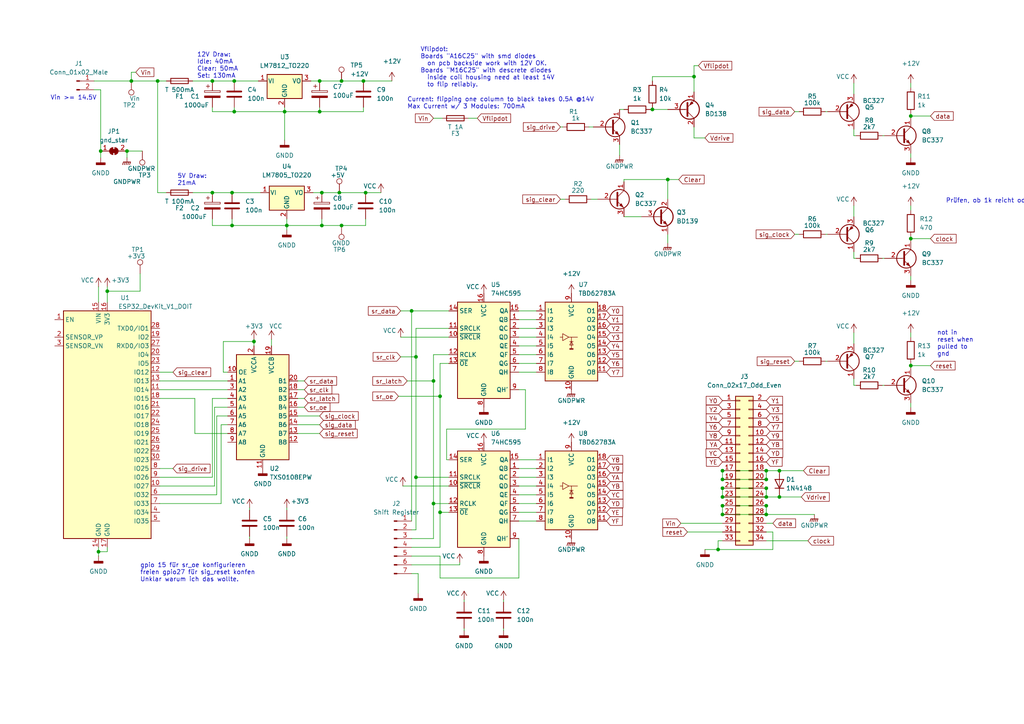
<source format=kicad_sch>
(kicad_sch (version 20211123) (generator eeschema)

  (uuid 80d89bc8-b809-4e58-bc5a-ab4fd0a46070)

  (paper "A4")

  

  (junction (at 67.31 65.405) (diameter 0) (color 0 0 0 0)
    (uuid 03d61a2b-abcd-4e97-a837-d1ebd4aa3d02)
  )
  (junction (at 61.595 23.495) (diameter 0) (color 0 0 0 0)
    (uuid 0a0d72ae-d11c-47d2-bf2c-107871a79d29)
  )
  (junction (at 99.06 23.495) (diameter 0) (color 0 0 0 0)
    (uuid 0bd68cfc-25fe-421f-9238-cc3891cc55d7)
  )
  (junction (at 209.55 136.525) (diameter 0) (color 0 0 0 0)
    (uuid 0ee9a6f9-733b-4eb5-9097-da08b625f4d0)
  )
  (junction (at 264.16 106.045) (diameter 0) (color 0 0 0 0)
    (uuid 1580fbc7-38b8-47f3-9bfd-55124a0fb65a)
  )
  (junction (at 209.55 144.145) (diameter 0) (color 0 0 0 0)
    (uuid 161a10ee-7b22-47c9-9e9c-53f177f13872)
  )
  (junction (at 93.345 55.88) (diameter 0) (color 0 0 0 0)
    (uuid 1674c21c-f029-4156-9d33-2a2e5a380493)
  )
  (junction (at 222.25 149.225) (diameter 0) (color 0 0 0 0)
    (uuid 18c71b36-e024-46e8-a54a-c9e48fc26834)
  )
  (junction (at 61.595 55.88) (diameter 0) (color 0 0 0 0)
    (uuid 2300b859-a34e-497a-b2f3-8add8d046207)
  )
  (junction (at 209.55 141.605) (diameter 0) (color 0 0 0 0)
    (uuid 262c933e-72b6-4ba0-8ef7-b5b9c2407842)
  )
  (junction (at 125.73 146.05) (diameter 0) (color 0 0 0 0)
    (uuid 29a95051-0792-43f5-b2ee-edadcea3d6e1)
  )
  (junction (at 82.55 32.385) (diameter 0) (color 0 0 0 0)
    (uuid 29ea344a-3b9f-4d88-9599-a366f70a516d)
  )
  (junction (at 38.1 23.495) (diameter 0) (color 0 0 0 0)
    (uuid 2cb6c0df-bad4-435b-a872-ea8a2a54cdc7)
  )
  (junction (at 193.675 52.07) (diameter 0) (color 0 0 0 0)
    (uuid 31e57640-6623-442a-b674-48bc3b40ca71)
  )
  (junction (at 222.25 136.525) (diameter 0) (color 0 0 0 0)
    (uuid 32d2e4c2-6947-4e2f-9e34-508e77d02374)
  )
  (junction (at 189.23 31.75) (diameter 0) (color 0 0 0 0)
    (uuid 3d62f834-74e4-468a-a15d-553824edaedd)
  )
  (junction (at 222.25 144.145) (diameter 0) (color 0 0 0 0)
    (uuid 44b5058c-a197-4b73-b41a-38e734a5e3eb)
  )
  (junction (at 264.16 33.655) (diameter 0) (color 0 0 0 0)
    (uuid 47a0f057-4773-4f4c-9d58-68e0aa1f0d84)
  )
  (junction (at 120.65 138.43) (diameter 0) (color 0 0 0 0)
    (uuid 4fdc15c2-b25a-44d1-b5ef-569144e9b4c9)
  )
  (junction (at 67.945 32.385) (diameter 0) (color 0 0 0 0)
    (uuid 56dc401e-3e88-4ea1-a5a0-a9568b75be97)
  )
  (junction (at 209.55 146.685) (diameter 0) (color 0 0 0 0)
    (uuid 662aa996-ff67-4eba-93ee-57ffc8d1630b)
  )
  (junction (at 92.71 23.495) (diameter 0) (color 0 0 0 0)
    (uuid 6815f41c-593b-43b0-9179-ba5a1b3741f8)
  )
  (junction (at 92.71 32.385) (diameter 0) (color 0 0 0 0)
    (uuid 70d2a342-79ba-4299-bac6-66851fc9598d)
  )
  (junction (at 209.55 149.225) (diameter 0) (color 0 0 0 0)
    (uuid 71b08e21-22a5-44a8-b29b-5c553d5a1a83)
  )
  (junction (at 222.25 139.065) (diameter 0) (color 0 0 0 0)
    (uuid 74308b4c-b926-4f71-a496-f43c340efb08)
  )
  (junction (at 29.21 43.815) (diameter 0) (color 0 0 0 0)
    (uuid 7565d38a-47ae-492d-aa2d-71ec9545c80f)
  )
  (junction (at 31.115 84.455) (diameter 0) (color 0 0 0 0)
    (uuid 7a0ce641-3e5f-435f-a773-931c3b1227ff)
  )
  (junction (at 93.345 65.405) (diameter 0) (color 0 0 0 0)
    (uuid 800df61a-c839-4ae2-9776-1c907dac8c19)
  )
  (junction (at 28.575 160.02) (diameter 0) (color 0 0 0 0)
    (uuid 8041ca59-ad9d-45e6-92de-4eaac532cf61)
  )
  (junction (at 226.06 144.145) (diameter 0) (color 0 0 0 0)
    (uuid 8510aa39-4c8f-46a4-b9e8-70869cf81d16)
  )
  (junction (at 125.73 110.49) (diameter 0) (color 0 0 0 0)
    (uuid 8e6813e0-724e-47e2-874c-9fc1828de9af)
  )
  (junction (at 67.945 23.495) (diameter 0) (color 0 0 0 0)
    (uuid 9140f8ef-b42b-491b-adca-37141dbefe8c)
  )
  (junction (at 73.66 99.06) (diameter 0) (color 0 0 0 0)
    (uuid 9f9f60ad-533a-44df-aa09-312f8817d3b2)
  )
  (junction (at 67.31 55.88) (diameter 0) (color 0 0 0 0)
    (uuid a3287ac3-eccb-4911-b32f-8fe846d3494e)
  )
  (junction (at 127.635 148.59) (diameter 0) (color 0 0 0 0)
    (uuid a5e8ce99-318a-4cb8-b020-c55886449336)
  )
  (junction (at 36.83 43.815) (diameter 0) (color 0 0 0 0)
    (uuid a99e3efe-2666-4390-b32b-2b38de17d460)
  )
  (junction (at 127.635 114.935) (diameter 0) (color 0 0 0 0)
    (uuid adac86a2-d060-40a4-8571-9fb35e3bb6b2)
  )
  (junction (at 99.06 65.405) (diameter 0) (color 0 0 0 0)
    (uuid b198b2d3-2370-4f1c-81e7-64453a1ac5b2)
  )
  (junction (at 83.185 65.405) (diameter 0) (color 0 0 0 0)
    (uuid b36f3659-8959-45bf-a984-dd34ffb12e95)
  )
  (junction (at 209.55 139.065) (diameter 0) (color 0 0 0 0)
    (uuid bb220b4e-1f14-461e-b9e5-cd475f011c41)
  )
  (junction (at 120.65 103.505) (diameter 0) (color 0 0 0 0)
    (uuid bd9d809b-2c43-449d-a4e3-77e2e87763da)
  )
  (junction (at 222.25 146.685) (diameter 0) (color 0 0 0 0)
    (uuid c68a64ca-7dc5-4a86-aa51-353d74916d24)
  )
  (junction (at 106.045 55.88) (diameter 0) (color 0 0 0 0)
    (uuid c6d7d5ca-ee84-4a75-a850-af840f3d2d00)
  )
  (junction (at 201.295 22.225) (diameter 0) (color 0 0 0 0)
    (uuid cc338c22-e0af-458c-bdbc-32a8e93a8314)
  )
  (junction (at 264.16 69.215) (diameter 0) (color 0 0 0 0)
    (uuid cdd83089-470f-41ea-b88a-ff3dcbbfe16c)
  )
  (junction (at 98.425 55.88) (diameter 0) (color 0 0 0 0)
    (uuid ced0c5a3-f0f8-4d7b-9e99-76ea11f94bdb)
  )
  (junction (at 208.28 159.385) (diameter 0) (color 0 0 0 0)
    (uuid d3216c8a-1736-4439-8053-e7f15f85ecb0)
  )
  (junction (at 222.25 141.605) (diameter 0) (color 0 0 0 0)
    (uuid e14abb2a-f63c-43d6-83da-9affc0987943)
  )
  (junction (at 45.72 23.495) (diameter 0) (color 0 0 0 0)
    (uuid e8b499cc-63d4-418d-a0e3-3b0edcbf0124)
  )
  (junction (at 226.06 136.525) (diameter 0) (color 0 0 0 0)
    (uuid ebaee278-ea46-443c-b535-95069f8a9fef)
  )
  (junction (at 105.41 23.495) (diameter 0) (color 0 0 0 0)
    (uuid f4849bb7-199f-4377-899e-5661ecacab0f)
  )
  (junction (at 119.38 90.17) (diameter 0) (color 0 0 0 0)
    (uuid f960ce81-67e2-423d-a71d-8a3a2640c64f)
  )

  (wire (pts (xy 120.65 153.67) (xy 119.38 153.67))
    (stroke (width 0) (type default) (color 0 0 0 0))
    (uuid 0171ab37-7acd-429a-a7da-7212daaf2961)
  )
  (wire (pts (xy 264.16 44.45) (xy 264.16 45.72))
    (stroke (width 0) (type default) (color 0 0 0 0))
    (uuid 018515c2-03e3-4de5-b13c-c0a4c0fd29ca)
  )
  (wire (pts (xy 86.36 113.03) (xy 88.265 113.03))
    (stroke (width 0) (type default) (color 0 0 0 0))
    (uuid 018da33a-ad14-407e-9df6-60b687972890)
  )
  (wire (pts (xy 86.36 123.19) (xy 92.71 123.19))
    (stroke (width 0) (type default) (color 0 0 0 0))
    (uuid 01ed6396-b8da-4070-878e-5ccc8dc9c875)
  )
  (wire (pts (xy 127.635 114.935) (xy 127.635 105.41))
    (stroke (width 0) (type default) (color 0 0 0 0))
    (uuid 028c11de-cc03-472d-8e08-3e2278c237d1)
  )
  (wire (pts (xy 116.205 103.505) (xy 120.65 103.505))
    (stroke (width 0) (type default) (color 0 0 0 0))
    (uuid 033e5e43-2be3-44a2-8a71-a604c3ee65c4)
  )
  (wire (pts (xy 133.35 163.83) (xy 133.35 163.195))
    (stroke (width 0) (type default) (color 0 0 0 0))
    (uuid 04a79605-9b48-4618-a006-72d0e7aa32ff)
  )
  (wire (pts (xy 127.635 158.75) (xy 127.635 148.59))
    (stroke (width 0) (type default) (color 0 0 0 0))
    (uuid 060a8235-4c3c-4603-ae24-4dc4232f7bfc)
  )
  (wire (pts (xy 64.135 146.05) (xy 64.135 123.19))
    (stroke (width 0) (type default) (color 0 0 0 0))
    (uuid 06bc59f1-1e4a-4d6d-b751-03b15a03be04)
  )
  (wire (pts (xy 92.71 32.385) (xy 82.55 32.385))
    (stroke (width 0) (type default) (color 0 0 0 0))
    (uuid 06c757dd-648c-4831-a5bf-b09ce6c877c0)
  )
  (wire (pts (xy 73.66 99.06) (xy 64.77 99.06))
    (stroke (width 0) (type default) (color 0 0 0 0))
    (uuid 073ecde1-b64a-4225-81ac-5f4bee4b2ae3)
  )
  (wire (pts (xy 72.39 155.575) (xy 72.39 156.21))
    (stroke (width 0) (type default) (color 0 0 0 0))
    (uuid 0b01debe-59bd-4aa4-af84-8e6bb8018975)
  )
  (wire (pts (xy 150.495 140.97) (xy 155.575 140.97))
    (stroke (width 0) (type default) (color 0 0 0 0))
    (uuid 0b8644da-6c48-459b-81f4-0d15cfb97cab)
  )
  (wire (pts (xy 92.71 23.495) (xy 99.06 23.495))
    (stroke (width 0) (type default) (color 0 0 0 0))
    (uuid 0bc3de64-b131-4968-9781-4bbd628c0f2a)
  )
  (wire (pts (xy 248.285 39.37) (xy 247.65 39.37))
    (stroke (width 0) (type default) (color 0 0 0 0))
    (uuid 0bf0b103-982b-4edb-8f3c-31b39c59173e)
  )
  (wire (pts (xy 61.595 32.385) (xy 61.595 31.115))
    (stroke (width 0) (type default) (color 0 0 0 0))
    (uuid 0bf99f6b-d6b1-4e85-977b-1eb74d487d62)
  )
  (wire (pts (xy 189.23 31.115) (xy 189.23 31.75))
    (stroke (width 0) (type default) (color 0 0 0 0))
    (uuid 0cd8465a-20a9-428e-a805-78b75348686f)
  )
  (wire (pts (xy 130.175 102.87) (xy 125.73 102.87))
    (stroke (width 0) (type default) (color 0 0 0 0))
    (uuid 0cdf8d28-c281-49de-8dce-5641a535029f)
  )
  (wire (pts (xy 62.865 120.65) (xy 62.865 143.51))
    (stroke (width 0) (type default) (color 0 0 0 0))
    (uuid 0ce30d4a-98ca-4f44-9194-9c4d52de1ec4)
  )
  (wire (pts (xy 86.36 110.49) (xy 88.265 110.49))
    (stroke (width 0) (type default) (color 0 0 0 0))
    (uuid 0d36ac52-396e-48e3-8392-93f9612cc854)
  )
  (wire (pts (xy 248.285 74.93) (xy 247.65 74.93))
    (stroke (width 0) (type default) (color 0 0 0 0))
    (uuid 0ed40224-3214-4204-b4dc-4d82d2408c00)
  )
  (wire (pts (xy 83.185 65.405) (xy 83.185 66.675))
    (stroke (width 0) (type default) (color 0 0 0 0))
    (uuid 10331b36-1e2d-49e5-8557-8a253a513ff9)
  )
  (wire (pts (xy 99.06 65.405) (xy 93.345 65.405))
    (stroke (width 0) (type default) (color 0 0 0 0))
    (uuid 103b02c5-81ee-45b5-b2c7-46b659b0aa56)
  )
  (wire (pts (xy 67.945 32.385) (xy 61.595 32.385))
    (stroke (width 0) (type default) (color 0 0 0 0))
    (uuid 1053d421-e340-4f03-a5a1-a855dac6fffd)
  )
  (wire (pts (xy 31.115 84.455) (xy 31.115 87.63))
    (stroke (width 0) (type default) (color 0 0 0 0))
    (uuid 10acd3a6-f2b2-4c66-a9bf-c4fbb84a9a90)
  )
  (wire (pts (xy 36.83 43.815) (xy 36.83 45.72))
    (stroke (width 0) (type default) (color 0 0 0 0))
    (uuid 17a8d555-3988-483a-8a2a-6e94db2fbf51)
  )
  (wire (pts (xy 264.16 116.84) (xy 264.16 118.11))
    (stroke (width 0) (type default) (color 0 0 0 0))
    (uuid 1ad1ee19-6da4-42de-9355-7e382a2cbdb4)
  )
  (wire (pts (xy 201.295 26.67) (xy 201.295 22.225))
    (stroke (width 0) (type default) (color 0 0 0 0))
    (uuid 1afcbe6c-1b42-494c-9f7a-d115602d9a9a)
  )
  (wire (pts (xy 118.11 110.49) (xy 125.73 110.49))
    (stroke (width 0) (type default) (color 0 0 0 0))
    (uuid 1bc588c6-924b-448a-a2a8-213258a41d82)
  )
  (wire (pts (xy 226.06 144.145) (xy 232.41 144.145))
    (stroke (width 0) (type default) (color 0 0 0 0))
    (uuid 1c50113e-3b89-42ea-b455-5213e5ee1482)
  )
  (wire (pts (xy 264.16 33.655) (xy 264.16 34.29))
    (stroke (width 0) (type default) (color 0 0 0 0))
    (uuid 1d48afd6-512a-495b-a043-15e44e76246e)
  )
  (wire (pts (xy 150.495 146.05) (xy 155.575 146.05))
    (stroke (width 0) (type default) (color 0 0 0 0))
    (uuid 1e8b3a30-e213-46e6-a855-309d5dc769a5)
  )
  (wire (pts (xy 83.185 63.5) (xy 83.185 65.405))
    (stroke (width 0) (type default) (color 0 0 0 0))
    (uuid 1f9c38f6-3cc6-4b48-b086-4be23ad5fe90)
  )
  (wire (pts (xy 247.65 24.13) (xy 247.65 27.305))
    (stroke (width 0) (type default) (color 0 0 0 0))
    (uuid 216326a2-8477-4b52-863f-684539c94e1b)
  )
  (wire (pts (xy 239.395 32.385) (xy 240.03 32.385))
    (stroke (width 0) (type default) (color 0 0 0 0))
    (uuid 2281516c-12c6-4f71-a4d7-1c10a4eb045f)
  )
  (wire (pts (xy 40.64 84.455) (xy 31.115 84.455))
    (stroke (width 0) (type default) (color 0 0 0 0))
    (uuid 23782758-29b6-402c-ad29-a1d0a5a77ebe)
  )
  (wire (pts (xy 163.195 36.83) (xy 162.56 36.83))
    (stroke (width 0) (type default) (color 0 0 0 0))
    (uuid 24f3323b-ff04-4161-991f-3de863941c4b)
  )
  (wire (pts (xy 61.595 63.5) (xy 61.595 65.405))
    (stroke (width 0) (type default) (color 0 0 0 0))
    (uuid 265ecac5-9499-43ab-99bc-5c72917e4ca4)
  )
  (wire (pts (xy 46.355 138.43) (xy 61.595 138.43))
    (stroke (width 0) (type default) (color 0 0 0 0))
    (uuid 269fc16b-a1ed-4714-a09f-07f0146a81a3)
  )
  (wire (pts (xy 66.04 115.57) (xy 61.595 115.57))
    (stroke (width 0) (type default) (color 0 0 0 0))
    (uuid 29b7491b-11c6-4b03-8086-840cba8b3520)
  )
  (wire (pts (xy 150.495 92.71) (xy 155.575 92.71))
    (stroke (width 0) (type default) (color 0 0 0 0))
    (uuid 29eab619-690f-40eb-9cc2-f91e8d04312a)
  )
  (wire (pts (xy 150.495 133.35) (xy 155.575 133.35))
    (stroke (width 0) (type default) (color 0 0 0 0))
    (uuid 2a8b1789-6de2-4c22-b310-1a13f445ea38)
  )
  (wire (pts (xy 189.23 31.75) (xy 193.675 31.75))
    (stroke (width 0) (type default) (color 0 0 0 0))
    (uuid 2bd17819-1de8-42fb-8a2c-cbf38026b94d)
  )
  (wire (pts (xy 39.37 20.955) (xy 38.1 20.955))
    (stroke (width 0) (type default) (color 0 0 0 0))
    (uuid 2d083d33-5a5b-4490-a829-b4ba31c3d35a)
  )
  (wire (pts (xy 55.88 23.495) (xy 61.595 23.495))
    (stroke (width 0) (type default) (color 0 0 0 0))
    (uuid 2ddf7b00-4d0e-429a-8abe-2cda07c07b43)
  )
  (wire (pts (xy 90.805 55.88) (xy 93.345 55.88))
    (stroke (width 0) (type default) (color 0 0 0 0))
    (uuid 2edb418f-c7a3-4348-9757-d7ddf42b2325)
  )
  (wire (pts (xy 106.045 63.5) (xy 106.045 65.405))
    (stroke (width 0) (type default) (color 0 0 0 0))
    (uuid 2ff923a5-3e65-4c5b-a8da-a3d43df967d8)
  )
  (wire (pts (xy 28.575 83.185) (xy 28.575 87.63))
    (stroke (width 0) (type default) (color 0 0 0 0))
    (uuid 312cb0c0-832a-432b-9ccf-92cc754f3d3c)
  )
  (wire (pts (xy 171.45 57.785) (xy 173.355 57.785))
    (stroke (width 0) (type default) (color 0 0 0 0))
    (uuid 34d234de-1b5f-432a-b5e8-57ee0e449662)
  )
  (wire (pts (xy 127.635 161.29) (xy 119.38 161.29))
    (stroke (width 0) (type default) (color 0 0 0 0))
    (uuid 368a786f-fcca-47f1-a18a-072f5369c5b5)
  )
  (wire (pts (xy 67.31 65.405) (xy 83.185 65.405))
    (stroke (width 0) (type default) (color 0 0 0 0))
    (uuid 37624d33-07e9-437d-ba18-bd2647cb98f3)
  )
  (wire (pts (xy 73.66 98.425) (xy 73.66 99.06))
    (stroke (width 0) (type default) (color 0 0 0 0))
    (uuid 380110a9-c9fd-490c-a19f-2af95e767a3c)
  )
  (wire (pts (xy 222.25 156.845) (xy 234.315 156.845))
    (stroke (width 0) (type default) (color 0 0 0 0))
    (uuid 382416ee-92db-493d-81a9-9aaca4dcef3e)
  )
  (wire (pts (xy 239.395 67.945) (xy 240.03 67.945))
    (stroke (width 0) (type default) (color 0 0 0 0))
    (uuid 3898a68d-02e5-4501-84ff-a6ae08f790de)
  )
  (wire (pts (xy 83.185 147.32) (xy 83.185 147.955))
    (stroke (width 0) (type default) (color 0 0 0 0))
    (uuid 397bec90-e045-4d8a-9136-1f2939d4914a)
  )
  (wire (pts (xy 119.38 166.37) (xy 121.285 166.37))
    (stroke (width 0) (type default) (color 0 0 0 0))
    (uuid 3bbe7b9f-84c8-463f-a25c-db7e81a9de65)
  )
  (wire (pts (xy 127.635 148.59) (xy 127.635 114.935))
    (stroke (width 0) (type default) (color 0 0 0 0))
    (uuid 3bbf68ea-7ed7-41fa-ab37-bac2a0b6cdcf)
  )
  (wire (pts (xy 62.23 118.11) (xy 66.04 118.11))
    (stroke (width 0) (type default) (color 0 0 0 0))
    (uuid 3c68a9f5-e5e4-4fb5-8485-d346ab9df0a4)
  )
  (wire (pts (xy 106.045 55.88) (xy 110.49 55.88))
    (stroke (width 0) (type default) (color 0 0 0 0))
    (uuid 3d42c53d-63e5-4e4c-9b19-6db8f302d5ce)
  )
  (wire (pts (xy 224.155 159.385) (xy 208.28 159.385))
    (stroke (width 0) (type default) (color 0 0 0 0))
    (uuid 3d7ab83e-571c-4c95-baf0-e150a9f110dc)
  )
  (wire (pts (xy 46.355 146.05) (xy 64.135 146.05))
    (stroke (width 0) (type default) (color 0 0 0 0))
    (uuid 3f92db0e-37e8-4e6b-8ddb-77f86a17cfa8)
  )
  (wire (pts (xy 152.4 124.46) (xy 129.54 124.46))
    (stroke (width 0) (type default) (color 0 0 0 0))
    (uuid 3fe9a48b-78df-437a-8e66-5eedbd0469ad)
  )
  (wire (pts (xy 264.16 96.52) (xy 264.16 97.79))
    (stroke (width 0) (type default) (color 0 0 0 0))
    (uuid 4236ef43-ec1a-45ad-be89-091257bfcc41)
  )
  (wire (pts (xy 93.345 55.88) (xy 98.425 55.88))
    (stroke (width 0) (type default) (color 0 0 0 0))
    (uuid 46b09a85-042b-4d6a-8ba0-a7b9fa7f3c3b)
  )
  (wire (pts (xy 61.595 55.88) (xy 67.31 55.88))
    (stroke (width 0) (type default) (color 0 0 0 0))
    (uuid 46ee6bd4-13c7-46a5-b915-8cad87229b73)
  )
  (wire (pts (xy 255.905 74.93) (xy 256.54 74.93))
    (stroke (width 0) (type default) (color 0 0 0 0))
    (uuid 47c27c37-a56d-4a02-a656-4f1b3991cd61)
  )
  (wire (pts (xy 222.25 149.225) (xy 236.22 149.225))
    (stroke (width 0) (type default) (color 0 0 0 0))
    (uuid 47c3290a-9e30-48db-b33d-c84034fcef6a)
  )
  (wire (pts (xy 230.505 32.385) (xy 231.775 32.385))
    (stroke (width 0) (type default) (color 0 0 0 0))
    (uuid 4ba71937-e3d3-4510-af40-ec8e5b6c6d70)
  )
  (wire (pts (xy 134.62 182.245) (xy 134.62 182.88))
    (stroke (width 0) (type default) (color 0 0 0 0))
    (uuid 5177750f-571c-4f6b-a308-cd29b5a4c5aa)
  )
  (wire (pts (xy 119.38 158.75) (xy 127.635 158.75))
    (stroke (width 0) (type default) (color 0 0 0 0))
    (uuid 51ab0f02-00d8-481a-8497-e42db0a857a0)
  )
  (wire (pts (xy 264.16 59.69) (xy 264.16 60.96))
    (stroke (width 0) (type default) (color 0 0 0 0))
    (uuid 52e4bd15-3e6c-41b2-b4a2-7f2c0ec17451)
  )
  (wire (pts (xy 125.73 110.49) (xy 125.73 146.05))
    (stroke (width 0) (type default) (color 0 0 0 0))
    (uuid 5437e978-e155-4251-be05-1f8f1da457ff)
  )
  (wire (pts (xy 45.72 55.88) (xy 48.26 55.88))
    (stroke (width 0) (type default) (color 0 0 0 0))
    (uuid 55b2f02e-86b7-4438-bb56-53252363e756)
  )
  (wire (pts (xy 180.975 62.865) (xy 186.055 62.865))
    (stroke (width 0) (type default) (color 0 0 0 0))
    (uuid 56cc0992-caaa-4886-b3a0-83569530e5fd)
  )
  (wire (pts (xy 150.495 97.79) (xy 155.575 97.79))
    (stroke (width 0) (type default) (color 0 0 0 0))
    (uuid 5898dbdf-9a1b-4f4c-b476-84e70029b143)
  )
  (wire (pts (xy 222.25 151.765) (xy 224.155 151.765))
    (stroke (width 0) (type default) (color 0 0 0 0))
    (uuid 590b9b69-fddf-4bb0-97b9-514d4d5361b7)
  )
  (wire (pts (xy 209.55 139.065) (xy 222.25 139.065))
    (stroke (width 0) (type default) (color 0 0 0 0))
    (uuid 595e677f-ac79-4337-a30d-5791a17105ba)
  )
  (wire (pts (xy 82.55 32.385) (xy 67.945 32.385))
    (stroke (width 0) (type default) (color 0 0 0 0))
    (uuid 5a5ff805-77b4-4bff-9d87-bdd612c244af)
  )
  (wire (pts (xy 209.55 136.525) (xy 209.55 139.065))
    (stroke (width 0) (type default) (color 0 0 0 0))
    (uuid 5ba91c52-00e1-4a15-8118-4fb044fd7750)
  )
  (wire (pts (xy 180.975 52.07) (xy 180.975 52.705))
    (stroke (width 0) (type default) (color 0 0 0 0))
    (uuid 5daf7a98-fd2c-4c75-acf8-45bdfe325cd8)
  )
  (wire (pts (xy 224.155 154.305) (xy 224.155 159.385))
    (stroke (width 0) (type default) (color 0 0 0 0))
    (uuid 5e868172-3b0f-454a-8563-e61f7c4a96a5)
  )
  (wire (pts (xy 150.495 107.95) (xy 155.575 107.95))
    (stroke (width 0) (type default) (color 0 0 0 0))
    (uuid 5e921594-9080-46cf-a6f9-5c882aa7cc89)
  )
  (wire (pts (xy 189.23 22.225) (xy 189.23 23.495))
    (stroke (width 0) (type default) (color 0 0 0 0))
    (uuid 5ee0e005-6265-484f-9888-1738e2b8623c)
  )
  (wire (pts (xy 46.355 143.51) (xy 62.865 143.51))
    (stroke (width 0) (type default) (color 0 0 0 0))
    (uuid 60442db8-a728-4082-95ae-faba7332ddf2)
  )
  (wire (pts (xy 264.16 69.215) (xy 264.16 69.85))
    (stroke (width 0) (type default) (color 0 0 0 0))
    (uuid 616a7bc1-6ce1-47b7-95ec-6141d1f9fa34)
  )
  (wire (pts (xy 106.045 65.405) (xy 99.06 65.405))
    (stroke (width 0) (type default) (color 0 0 0 0))
    (uuid 62228e7c-6ee0-4568-b2e9-0ae3033d5d12)
  )
  (wire (pts (xy 209.55 141.605) (xy 222.25 141.605))
    (stroke (width 0) (type default) (color 0 0 0 0))
    (uuid 6443195e-942a-4781-9567-1dda5236a4ce)
  )
  (wire (pts (xy 29.21 26.035) (xy 27.305 26.035))
    (stroke (width 0) (type default) (color 0 0 0 0))
    (uuid 66205764-6d44-40a9-ab49-e9523492b6d3)
  )
  (wire (pts (xy 152.4 113.03) (xy 152.4 124.46))
    (stroke (width 0) (type default) (color 0 0 0 0))
    (uuid 67448d02-c24a-4fbd-86eb-62b4afaaf281)
  )
  (wire (pts (xy 38.1 23.495) (xy 45.72 23.495))
    (stroke (width 0) (type default) (color 0 0 0 0))
    (uuid 67b0d133-e14b-4b56-ad3d-b8acfd41fa33)
  )
  (wire (pts (xy 193.675 57.785) (xy 193.675 52.07))
    (stroke (width 0) (type default) (color 0 0 0 0))
    (uuid 67c4261e-1840-4307-a0ce-db8fec9bf59d)
  )
  (wire (pts (xy 46.355 135.89) (xy 50.165 135.89))
    (stroke (width 0) (type default) (color 0 0 0 0))
    (uuid 6818933f-696e-4b70-82de-b50bba43ab40)
  )
  (wire (pts (xy 125.73 102.87) (xy 125.73 110.49))
    (stroke (width 0) (type default) (color 0 0 0 0))
    (uuid 686e83b9-e037-49c8-ad11-c8c19317d5b9)
  )
  (wire (pts (xy 129.54 133.35) (xy 130.175 133.35))
    (stroke (width 0) (type default) (color 0 0 0 0))
    (uuid 6a278671-bb57-4d7f-93da-25ff82bbdce9)
  )
  (wire (pts (xy 230.505 104.775) (xy 231.775 104.775))
    (stroke (width 0) (type default) (color 0 0 0 0))
    (uuid 6a7581f1-19a0-44c2-b4ea-07d8e0fcccab)
  )
  (wire (pts (xy 105.41 32.385) (xy 92.71 32.385))
    (stroke (width 0) (type default) (color 0 0 0 0))
    (uuid 6b6a1787-eca0-44e3-bb15-f34a837dff7b)
  )
  (wire (pts (xy 222.25 141.605) (xy 222.25 144.145))
    (stroke (width 0) (type default) (color 0 0 0 0))
    (uuid 6b8df514-4e70-4053-b285-3466d197fa8e)
  )
  (wire (pts (xy 61.595 115.57) (xy 61.595 138.43))
    (stroke (width 0) (type default) (color 0 0 0 0))
    (uuid 6ba19dc2-dcae-4ffc-896d-cab4a78feb27)
  )
  (wire (pts (xy 31.115 83.185) (xy 31.115 84.455))
    (stroke (width 0) (type default) (color 0 0 0 0))
    (uuid 6cd6a7a3-8966-414b-860d-702e644cbd71)
  )
  (wire (pts (xy 209.55 149.225) (xy 222.25 149.225))
    (stroke (width 0) (type default) (color 0 0 0 0))
    (uuid 6f403bf0-b994-491b-865a-1df4622b3495)
  )
  (wire (pts (xy 264.16 106.045) (xy 264.16 106.68))
    (stroke (width 0) (type default) (color 0 0 0 0))
    (uuid 6f73bfc6-5a4c-4dc2-a227-6de1aa837a5e)
  )
  (wire (pts (xy 67.31 63.5) (xy 67.31 65.405))
    (stroke (width 0) (type default) (color 0 0 0 0))
    (uuid 708cee4c-2a3c-48cd-a0eb-32d5a0f1ceff)
  )
  (wire (pts (xy 83.185 155.575) (xy 83.185 156.21))
    (stroke (width 0) (type default) (color 0 0 0 0))
    (uuid 70b436af-3a78-425e-99d8-c4b6cbcd7064)
  )
  (wire (pts (xy 115.57 114.935) (xy 127.635 114.935))
    (stroke (width 0) (type default) (color 0 0 0 0))
    (uuid 7459d32d-f597-4b69-a493-d44c833c9173)
  )
  (wire (pts (xy 209.55 146.685) (xy 209.55 149.225))
    (stroke (width 0) (type default) (color 0 0 0 0))
    (uuid 7632e4cf-d494-4b4c-988c-45ae2ee45d4b)
  )
  (wire (pts (xy 264.16 33.02) (xy 264.16 33.655))
    (stroke (width 0) (type default) (color 0 0 0 0))
    (uuid 76ca19e4-abe4-4901-8b82-7c2c26e8bc13)
  )
  (wire (pts (xy 105.41 23.495) (xy 113.665 23.495))
    (stroke (width 0) (type default) (color 0 0 0 0))
    (uuid 783702b8-a19d-4c24-9f0d-bab179115366)
  )
  (wire (pts (xy 36.83 43.815) (xy 41.275 43.815))
    (stroke (width 0) (type default) (color 0 0 0 0))
    (uuid 7933fe5e-bc60-4dea-8dec-86c4d68edae8)
  )
  (wire (pts (xy 150.495 156.21) (xy 150.495 167.64))
    (stroke (width 0) (type default) (color 0 0 0 0))
    (uuid 7d0dfdb4-86c6-4d43-955e-e4a55b90e5c3)
  )
  (wire (pts (xy 40.64 79.375) (xy 40.64 84.455))
    (stroke (width 0) (type default) (color 0 0 0 0))
    (uuid 7eb13d2d-cd62-4721-a598-1290a4867e85)
  )
  (wire (pts (xy 150.495 138.43) (xy 155.575 138.43))
    (stroke (width 0) (type default) (color 0 0 0 0))
    (uuid 7eb96ad3-29fd-4b01-ba4f-5c1bb4e170e1)
  )
  (wire (pts (xy 134.62 173.99) (xy 134.62 174.625))
    (stroke (width 0) (type default) (color 0 0 0 0))
    (uuid 7ebf7075-7bdc-4f37-aab2-6bac1a336833)
  )
  (wire (pts (xy 99.06 23.495) (xy 105.41 23.495))
    (stroke (width 0) (type default) (color 0 0 0 0))
    (uuid 7f2e3854-4c0d-41e8-a91e-c14b523b197a)
  )
  (wire (pts (xy 150.495 100.33) (xy 155.575 100.33))
    (stroke (width 0) (type default) (color 0 0 0 0))
    (uuid 805df14c-dd12-4ea1-932f-320275d021fa)
  )
  (wire (pts (xy 46.355 115.57) (xy 56.515 115.57))
    (stroke (width 0) (type default) (color 0 0 0 0))
    (uuid 82d961c3-a434-442d-8deb-8ec4373890fd)
  )
  (wire (pts (xy 179.705 41.91) (xy 179.705 45.085))
    (stroke (width 0) (type default) (color 0 0 0 0))
    (uuid 84f7265a-99ef-456f-9ac3-325fdeea13a4)
  )
  (wire (pts (xy 264.16 80.01) (xy 264.16 81.28))
    (stroke (width 0) (type default) (color 0 0 0 0))
    (uuid 850b879a-d6d9-45b5-8deb-79babffb8fe8)
  )
  (wire (pts (xy 90.17 23.495) (xy 92.71 23.495))
    (stroke (width 0) (type default) (color 0 0 0 0))
    (uuid 8521d2ea-1e6e-4355-b62e-45d892158a67)
  )
  (wire (pts (xy 204.47 159.385) (xy 208.28 159.385))
    (stroke (width 0) (type default) (color 0 0 0 0))
    (uuid 858107db-db9e-42c2-9bff-1a3c526c68a6)
  )
  (wire (pts (xy 116.84 140.97) (xy 130.175 140.97))
    (stroke (width 0) (type default) (color 0 0 0 0))
    (uuid 85a6b9e0-35d0-459c-83b0-7998429255dd)
  )
  (wire (pts (xy 125.73 34.29) (xy 128.27 34.29))
    (stroke (width 0) (type default) (color 0 0 0 0))
    (uuid 85d44aae-71a3-45d9-9d71-b996028955cc)
  )
  (wire (pts (xy 125.73 146.05) (xy 125.73 156.21))
    (stroke (width 0) (type default) (color 0 0 0 0))
    (uuid 8603c220-907e-4209-8b30-c7e18e14b453)
  )
  (wire (pts (xy 129.54 124.46) (xy 129.54 133.35))
    (stroke (width 0) (type default) (color 0 0 0 0))
    (uuid 86a073d4-8cf7-4766-b6c6-91fc8dff211a)
  )
  (wire (pts (xy 208.28 159.385) (xy 208.28 156.845))
    (stroke (width 0) (type default) (color 0 0 0 0))
    (uuid 872055b8-73e5-4003-b906-380fc1fdedac)
  )
  (wire (pts (xy 46.355 113.03) (xy 66.04 113.03))
    (stroke (width 0) (type default) (color 0 0 0 0))
    (uuid 87ba2290-c1e3-4897-af0b-64f7494ade45)
  )
  (wire (pts (xy 197.485 151.765) (xy 209.55 151.765))
    (stroke (width 0) (type default) (color 0 0 0 0))
    (uuid 89455cb1-5724-49e7-800a-11435fd89420)
  )
  (wire (pts (xy 31.115 158.75) (xy 31.115 160.02))
    (stroke (width 0) (type default) (color 0 0 0 0))
    (uuid 8aa3b0e0-d66e-40c4-9189-fac4a359be9d)
  )
  (wire (pts (xy 150.495 151.13) (xy 155.575 151.13))
    (stroke (width 0) (type default) (color 0 0 0 0))
    (uuid 8b6f938b-f660-40e3-9d0b-c10fad9a568b)
  )
  (wire (pts (xy 248.285 111.76) (xy 247.65 111.76))
    (stroke (width 0) (type default) (color 0 0 0 0))
    (uuid 8b8538c4-c0a1-4ec3-9918-89c2da18d7e1)
  )
  (wire (pts (xy 78.74 98.425) (xy 78.74 100.33))
    (stroke (width 0) (type default) (color 0 0 0 0))
    (uuid 90a88a7e-0490-4a8f-b70c-92d0a3ba155e)
  )
  (wire (pts (xy 239.395 104.775) (xy 240.03 104.775))
    (stroke (width 0) (type default) (color 0 0 0 0))
    (uuid 92050885-77de-4dbb-b1c0-8074b20f0ad7)
  )
  (wire (pts (xy 64.135 123.19) (xy 66.04 123.19))
    (stroke (width 0) (type default) (color 0 0 0 0))
    (uuid 928db154-085e-407b-8ca4-b46950d5bb42)
  )
  (wire (pts (xy 120.65 103.505) (xy 120.65 138.43))
    (stroke (width 0) (type default) (color 0 0 0 0))
    (uuid 92c43f9e-a6bb-4e7c-bc50-ff5dd5de760f)
  )
  (wire (pts (xy 222.25 144.145) (xy 226.06 144.145))
    (stroke (width 0) (type default) (color 0 0 0 0))
    (uuid 938d1b33-2709-4876-a4db-788569b218a8)
  )
  (wire (pts (xy 64.77 107.95) (xy 66.04 107.95))
    (stroke (width 0) (type default) (color 0 0 0 0))
    (uuid 93a4d88e-bc96-4dfa-9e44-3eb80a73e779)
  )
  (wire (pts (xy 201.295 19.05) (xy 202.565 19.05))
    (stroke (width 0) (type default) (color 0 0 0 0))
    (uuid 95c60966-c338-4d75-9abd-6912aa6f2a12)
  )
  (wire (pts (xy 222.25 136.525) (xy 222.25 139.065))
    (stroke (width 0) (type default) (color 0 0 0 0))
    (uuid 97f949d9-5feb-4fc6-ad1e-2ce37c503179)
  )
  (wire (pts (xy 105.41 31.115) (xy 105.41 32.385))
    (stroke (width 0) (type default) (color 0 0 0 0))
    (uuid 981d2819-63d9-4641-95e1-e8a734fd78c0)
  )
  (wire (pts (xy 247.65 59.69) (xy 247.65 62.865))
    (stroke (width 0) (type default) (color 0 0 0 0))
    (uuid 98f7daa8-6b05-44c2-8d46-bd4da99370b0)
  )
  (wire (pts (xy 38.1 20.955) (xy 38.1 23.495))
    (stroke (width 0) (type default) (color 0 0 0 0))
    (uuid 996ab8b0-eba3-4863-9ce7-48af80a42d6c)
  )
  (wire (pts (xy 67.31 55.88) (xy 75.565 55.88))
    (stroke (width 0) (type default) (color 0 0 0 0))
    (uuid 99e1ea36-909d-4ba3-aacd-8122483bf661)
  )
  (wire (pts (xy 150.495 167.64) (xy 127.635 167.64))
    (stroke (width 0) (type default) (color 0 0 0 0))
    (uuid 9e2754fc-0d4f-438d-9191-2c0a4fc6e6a4)
  )
  (wire (pts (xy 264.16 33.655) (xy 269.875 33.655))
    (stroke (width 0) (type default) (color 0 0 0 0))
    (uuid 9ef71133-0280-45ff-ae15-1a3cd7c163fc)
  )
  (wire (pts (xy 222.25 136.525) (xy 226.06 136.525))
    (stroke (width 0) (type default) (color 0 0 0 0))
    (uuid 9ff7da25-ceaa-4f88-8e32-8cc80b8562ad)
  )
  (wire (pts (xy 46.355 140.97) (xy 62.23 140.97))
    (stroke (width 0) (type default) (color 0 0 0 0))
    (uuid a156f89a-6f27-4fc9-81fa-2b954353981f)
  )
  (wire (pts (xy 146.05 182.245) (xy 146.05 182.88))
    (stroke (width 0) (type default) (color 0 0 0 0))
    (uuid a1cffb09-cc31-4c18-85ad-1768f0ef954e)
  )
  (wire (pts (xy 193.675 52.07) (xy 180.975 52.07))
    (stroke (width 0) (type default) (color 0 0 0 0))
    (uuid a2527cfc-0995-4609-b9da-8b5652c1decb)
  )
  (wire (pts (xy 67.945 23.495) (xy 74.93 23.495))
    (stroke (width 0) (type default) (color 0 0 0 0))
    (uuid a2d4d7a2-e257-4938-8ec4-fb459931a86b)
  )
  (wire (pts (xy 119.38 90.17) (xy 130.175 90.17))
    (stroke (width 0) (type default) (color 0 0 0 0))
    (uuid a34a6b65-50c5-49d3-870a-d9aece34fd5e)
  )
  (wire (pts (xy 27.305 23.495) (xy 38.1 23.495))
    (stroke (width 0) (type default) (color 0 0 0 0))
    (uuid a3e34f36-98cc-4876-9aba-f8f0c4324c32)
  )
  (wire (pts (xy 67.945 31.115) (xy 67.945 32.385))
    (stroke (width 0) (type default) (color 0 0 0 0))
    (uuid a5920bbf-fa89-490d-8804-2f9ce7d446ad)
  )
  (wire (pts (xy 180.975 31.75) (xy 179.705 31.75))
    (stroke (width 0) (type default) (color 0 0 0 0))
    (uuid ab38ac8c-d772-4e31-8ef8-dea419571927)
  )
  (wire (pts (xy 135.89 34.29) (xy 138.43 34.29))
    (stroke (width 0) (type default) (color 0 0 0 0))
    (uuid ab429406-f15d-4587-a3b8-7b47eb2f72b9)
  )
  (wire (pts (xy 55.88 55.88) (xy 61.595 55.88))
    (stroke (width 0) (type default) (color 0 0 0 0))
    (uuid ad389895-eba3-48be-ab40-2e8a6ac5b595)
  )
  (wire (pts (xy 208.28 156.845) (xy 209.55 156.845))
    (stroke (width 0) (type default) (color 0 0 0 0))
    (uuid ad9ec1bf-2c27-41d7-9ab0-2b6ec57d31f5)
  )
  (wire (pts (xy 56.515 115.57) (xy 56.515 125.73))
    (stroke (width 0) (type default) (color 0 0 0 0))
    (uuid af34e542-efa1-4567-9311-f9b86dbdd198)
  )
  (wire (pts (xy 29.21 26.035) (xy 29.21 43.815))
    (stroke (width 0) (type default) (color 0 0 0 0))
    (uuid af4287af-e66b-480f-822e-d0ffb08f6407)
  )
  (wire (pts (xy 264.16 68.58) (xy 264.16 69.215))
    (stroke (width 0) (type default) (color 0 0 0 0))
    (uuid af56e0f6-2afa-4c55-a98c-26a10671cdbc)
  )
  (wire (pts (xy 46.355 110.49) (xy 66.04 110.49))
    (stroke (width 0) (type default) (color 0 0 0 0))
    (uuid b16e7e6c-d815-44ec-9b6e-3bdeba9596c2)
  )
  (wire (pts (xy 199.39 154.305) (xy 209.55 154.305))
    (stroke (width 0) (type default) (color 0 0 0 0))
    (uuid b1dd2fa6-6ced-4610-9c9a-e0f5131a40b7)
  )
  (wire (pts (xy 209.55 141.605) (xy 209.55 144.145))
    (stroke (width 0) (type default) (color 0 0 0 0))
    (uuid b20227fb-9ae1-4b16-9c95-e5177d42f2f7)
  )
  (wire (pts (xy 150.495 148.59) (xy 155.575 148.59))
    (stroke (width 0) (type default) (color 0 0 0 0))
    (uuid b332478a-3546-4092-9f1e-828135d83b9d)
  )
  (wire (pts (xy 120.65 138.43) (xy 130.175 138.43))
    (stroke (width 0) (type default) (color 0 0 0 0))
    (uuid b3bfab97-a514-4793-9a93-fd3af7546170)
  )
  (wire (pts (xy 150.495 105.41) (xy 155.575 105.41))
    (stroke (width 0) (type default) (color 0 0 0 0))
    (uuid b4e7b94f-534c-4414-8157-ef498f08874b)
  )
  (wire (pts (xy 45.72 55.88) (xy 45.72 23.495))
    (stroke (width 0) (type default) (color 0 0 0 0))
    (uuid b6da8327-0bdc-4ca9-9cd6-3d9f90f4f8e6)
  )
  (wire (pts (xy 146.05 173.99) (xy 146.05 174.625))
    (stroke (width 0) (type default) (color 0 0 0 0))
    (uuid b8a1aaea-5458-4315-a4a3-ea2e36c384e4)
  )
  (wire (pts (xy 28.575 160.02) (xy 28.575 161.29))
    (stroke (width 0) (type default) (color 0 0 0 0))
    (uuid b96ec42c-6d52-4a9e-8c13-935f6c256e7e)
  )
  (wire (pts (xy 170.815 36.83) (xy 172.085 36.83))
    (stroke (width 0) (type default) (color 0 0 0 0))
    (uuid b9708401-1e0e-4c4f-9dbd-fa7c4bf38260)
  )
  (wire (pts (xy 264.16 69.215) (xy 269.875 69.215))
    (stroke (width 0) (type default) (color 0 0 0 0))
    (uuid b99b98e8-feff-44c7-a789-0ef3bb7d1d9a)
  )
  (wire (pts (xy 121.285 166.37) (xy 121.285 172.085))
    (stroke (width 0) (type default) (color 0 0 0 0))
    (uuid ba28ee65-7348-4746-aa4e-dc20e4167293)
  )
  (wire (pts (xy 98.425 55.88) (xy 106.045 55.88))
    (stroke (width 0) (type default) (color 0 0 0 0))
    (uuid bb1ba22e-dc0f-478e-8b87-ba75410617de)
  )
  (wire (pts (xy 86.36 118.11) (xy 88.265 118.11))
    (stroke (width 0) (type default) (color 0 0 0 0))
    (uuid bbe60993-b495-4cc0-91ed-cb63482e4322)
  )
  (wire (pts (xy 120.65 95.25) (xy 120.65 103.505))
    (stroke (width 0) (type default) (color 0 0 0 0))
    (uuid bd8f8ee9-9791-4f2a-8061-cae7132af4b3)
  )
  (wire (pts (xy 56.515 125.73) (xy 66.04 125.73))
    (stroke (width 0) (type default) (color 0 0 0 0))
    (uuid beaf8fa1-72b4-4456-8cad-4cdae7739152)
  )
  (wire (pts (xy 61.595 23.495) (xy 67.945 23.495))
    (stroke (width 0) (type default) (color 0 0 0 0))
    (uuid bed5de69-8c88-43f0-90cf-6f23f777f07a)
  )
  (wire (pts (xy 61.595 65.405) (xy 67.31 65.405))
    (stroke (width 0) (type default) (color 0 0 0 0))
    (uuid bf05fea5-85b1-470f-81a3-2c2cab69bbf4)
  )
  (wire (pts (xy 120.65 138.43) (xy 120.65 153.67))
    (stroke (width 0) (type default) (color 0 0 0 0))
    (uuid c3d9ed98-39e7-460a-bc32-1e761a09cd09)
  )
  (wire (pts (xy 193.675 67.945) (xy 193.675 70.485))
    (stroke (width 0) (type default) (color 0 0 0 0))
    (uuid c4c61379-d58f-4ee8-91d6-79854ad80d46)
  )
  (wire (pts (xy 264.16 24.13) (xy 264.16 25.4))
    (stroke (width 0) (type default) (color 0 0 0 0))
    (uuid c4f19120-1cc7-4d1e-8a6f-1a7ad19cd8df)
  )
  (wire (pts (xy 130.175 95.25) (xy 120.65 95.25))
    (stroke (width 0) (type default) (color 0 0 0 0))
    (uuid c5391dea-0827-4f3a-a0e7-3fa9f2476bcb)
  )
  (wire (pts (xy 150.495 102.87) (xy 155.575 102.87))
    (stroke (width 0) (type default) (color 0 0 0 0))
    (uuid c5525d37-b5a6-432c-b624-165109f49879)
  )
  (wire (pts (xy 255.905 39.37) (xy 256.54 39.37))
    (stroke (width 0) (type default) (color 0 0 0 0))
    (uuid c5bbf62e-4451-498b-a8e5-2619eedebe7e)
  )
  (wire (pts (xy 29.21 43.815) (xy 29.21 45.72))
    (stroke (width 0) (type default) (color 0 0 0 0))
    (uuid c624f26d-7588-4e30-86ea-a253e490a5e5)
  )
  (wire (pts (xy 92.71 31.115) (xy 92.71 32.385))
    (stroke (width 0) (type default) (color 0 0 0 0))
    (uuid c6776444-35d7-4b85-8eca-ec957061d448)
  )
  (wire (pts (xy 82.55 31.115) (xy 82.55 32.385))
    (stroke (width 0) (type default) (color 0 0 0 0))
    (uuid c71e288d-e5e7-4813-85e1-25d2a4d0370b)
  )
  (wire (pts (xy 93.345 63.5) (xy 93.345 65.405))
    (stroke (width 0) (type default) (color 0 0 0 0))
    (uuid c92852e3-9852-4870-abb3-11d335fb88ca)
  )
  (wire (pts (xy 119.38 163.83) (xy 133.35 163.83))
    (stroke (width 0) (type default) (color 0 0 0 0))
    (uuid c92e9f54-8589-4b22-a707-b182abd5c7d7)
  )
  (wire (pts (xy 62.23 140.97) (xy 62.23 118.11))
    (stroke (width 0) (type default) (color 0 0 0 0))
    (uuid cafa8c9f-fcc4-4b99-b95b-06e8fe608d2e)
  )
  (wire (pts (xy 264.16 105.41) (xy 264.16 106.045))
    (stroke (width 0) (type default) (color 0 0 0 0))
    (uuid cc5dc00c-4275-4d35-8092-803f33dbe938)
  )
  (wire (pts (xy 255.905 111.76) (xy 256.54 111.76))
    (stroke (width 0) (type default) (color 0 0 0 0))
    (uuid cce46085-ea65-47a2-aa68-1d4afd3f94e3)
  )
  (wire (pts (xy 150.495 135.89) (xy 155.575 135.89))
    (stroke (width 0) (type default) (color 0 0 0 0))
    (uuid ce38409b-66c5-4e71-8a5d-38ace26c9e11)
  )
  (wire (pts (xy 127.635 167.64) (xy 127.635 161.29))
    (stroke (width 0) (type default) (color 0 0 0 0))
    (uuid ce813467-6290-400a-9dee-95d550334435)
  )
  (wire (pts (xy 86.36 115.57) (xy 88.265 115.57))
    (stroke (width 0) (type default) (color 0 0 0 0))
    (uuid cef64064-7509-4733-9265-4d925eaeb628)
  )
  (wire (pts (xy 150.495 143.51) (xy 155.575 143.51))
    (stroke (width 0) (type default) (color 0 0 0 0))
    (uuid cfcdde6c-21e8-4c04-8183-5244fb1829c3)
  )
  (wire (pts (xy 119.38 90.17) (xy 119.38 151.13))
    (stroke (width 0) (type default) (color 0 0 0 0))
    (uuid d08b859e-a13e-4584-bdb4-84dd93e8d129)
  )
  (wire (pts (xy 150.495 95.25) (xy 155.575 95.25))
    (stroke (width 0) (type default) (color 0 0 0 0))
    (uuid d0c8ff72-4499-4f04-a35a-93039bdf43c2)
  )
  (wire (pts (xy 204.47 40.005) (xy 201.295 40.005))
    (stroke (width 0) (type default) (color 0 0 0 0))
    (uuid d35145b0-9fe7-47b4-9eae-6dae2a2e82c8)
  )
  (wire (pts (xy 209.55 136.525) (xy 222.25 136.525))
    (stroke (width 0) (type default) (color 0 0 0 0))
    (uuid d3617c5e-5c8c-455f-93b2-c52386c0990b)
  )
  (wire (pts (xy 230.505 67.945) (xy 231.775 67.945))
    (stroke (width 0) (type default) (color 0 0 0 0))
    (uuid d4e1cb95-826d-463b-a710-a762df7509a3)
  )
  (wire (pts (xy 201.295 40.005) (xy 201.295 36.83))
    (stroke (width 0) (type default) (color 0 0 0 0))
    (uuid d68dfa1a-6f7b-4a40-bc8b-23c277fa6a7a)
  )
  (wire (pts (xy 46.355 107.95) (xy 50.165 107.95))
    (stroke (width 0) (type default) (color 0 0 0 0))
    (uuid d71502e1-2cee-41c6-9d4d-9201b3b7937e)
  )
  (wire (pts (xy 247.65 111.76) (xy 247.65 109.855))
    (stroke (width 0) (type default) (color 0 0 0 0))
    (uuid d7574965-1573-4de6-be9d-3e6f46837e25)
  )
  (wire (pts (xy 66.04 120.65) (xy 62.865 120.65))
    (stroke (width 0) (type default) (color 0 0 0 0))
    (uuid d7aba425-e81d-41b2-8e8a-8596e726a19b)
  )
  (wire (pts (xy 64.77 99.06) (xy 64.77 107.95))
    (stroke (width 0) (type default) (color 0 0 0 0))
    (uuid d9c912a3-06c0-4168-927b-7cfcf4f74f00)
  )
  (wire (pts (xy 127.635 105.41) (xy 130.175 105.41))
    (stroke (width 0) (type default) (color 0 0 0 0))
    (uuid d9e1330a-7e59-4003-997f-eb878df15a68)
  )
  (wire (pts (xy 162.56 57.785) (xy 163.83 57.785))
    (stroke (width 0) (type default) (color 0 0 0 0))
    (uuid daeb2806-ded4-4125-b9e8-92776ce7b136)
  )
  (wire (pts (xy 222.25 149.225) (xy 222.25 146.685))
    (stroke (width 0) (type default) (color 0 0 0 0))
    (uuid db0f10c2-336a-4902-ba45-3ca554f1cc6b)
  )
  (wire (pts (xy 247.65 96.52) (xy 247.65 99.695))
    (stroke (width 0) (type default) (color 0 0 0 0))
    (uuid dbe4d691-ad38-44af-a500-1cd724f34f29)
  )
  (wire (pts (xy 82.55 32.385) (xy 82.55 40.64))
    (stroke (width 0) (type default) (color 0 0 0 0))
    (uuid e096505c-b703-43e9-a19b-8c820c6b3f2f)
  )
  (wire (pts (xy 201.295 22.225) (xy 189.23 22.225))
    (stroke (width 0) (type default) (color 0 0 0 0))
    (uuid e1bfd4ae-d605-4766-8121-0c19c5218aac)
  )
  (wire (pts (xy 86.36 120.65) (xy 92.71 120.65))
    (stroke (width 0) (type default) (color 0 0 0 0))
    (uuid e2295c4d-30e1-42f4-b406-bca16f58b32c)
  )
  (wire (pts (xy 130.175 148.59) (xy 127.635 148.59))
    (stroke (width 0) (type default) (color 0 0 0 0))
    (uuid e2df2a53-347e-4941-a60f-b20a164e5fd5)
  )
  (wire (pts (xy 125.73 156.21) (xy 119.38 156.21))
    (stroke (width 0) (type default) (color 0 0 0 0))
    (uuid e302444f-00b7-42c1-851b-c5e8c1aa3896)
  )
  (wire (pts (xy 116.205 90.17) (xy 119.38 90.17))
    (stroke (width 0) (type default) (color 0 0 0 0))
    (uuid e32ca46b-3b6e-49a0-b0cf-95238fe4d8b2)
  )
  (wire (pts (xy 209.55 146.685) (xy 222.25 146.685))
    (stroke (width 0) (type default) (color 0 0 0 0))
    (uuid e50ca3d5-9405-40e6-ba13-e0bf467137fb)
  )
  (wire (pts (xy 83.185 65.405) (xy 93.345 65.405))
    (stroke (width 0) (type default) (color 0 0 0 0))
    (uuid e70ec677-060b-4455-93e8-71df902eaf59)
  )
  (wire (pts (xy 264.16 106.045) (xy 269.875 106.045))
    (stroke (width 0) (type default) (color 0 0 0 0))
    (uuid e72f37cd-99a1-41f1-8f9e-e5b9f5bbe70d)
  )
  (wire (pts (xy 193.675 52.07) (xy 196.85 52.07))
    (stroke (width 0) (type default) (color 0 0 0 0))
    (uuid e7831392-f964-41d1-a0e3-8461d1958a35)
  )
  (wire (pts (xy 86.36 125.73) (xy 92.71 125.73))
    (stroke (width 0) (type default) (color 0 0 0 0))
    (uuid e834f5f1-a6e1-450b-a421-2659b5002892)
  )
  (wire (pts (xy 247.65 39.37) (xy 247.65 37.465))
    (stroke (width 0) (type default) (color 0 0 0 0))
    (uuid e8af0f1f-a00e-49fd-8e88-f2be42fa84af)
  )
  (wire (pts (xy 150.495 113.03) (xy 152.4 113.03))
    (stroke (width 0) (type default) (color 0 0 0 0))
    (uuid e8dd2910-0c86-4110-ad19-fe507c4435d5)
  )
  (wire (pts (xy 209.55 144.145) (xy 222.25 144.145))
    (stroke (width 0) (type default) (color 0 0 0 0))
    (uuid e92835ad-0612-4dd7-b65c-f5423c1fe014)
  )
  (wire (pts (xy 116.205 97.79) (xy 130.175 97.79))
    (stroke (width 0) (type default) (color 0 0 0 0))
    (uuid ecc5f73f-e45d-40ed-9861-0d51a8914ec7)
  )
  (wire (pts (xy 188.595 31.75) (xy 189.23 31.75))
    (stroke (width 0) (type default) (color 0 0 0 0))
    (uuid ecfde0b2-924f-4e2e-8a46-a9693501ae9c)
  )
  (wire (pts (xy 45.72 23.495) (xy 48.26 23.495))
    (stroke (width 0) (type default) (color 0 0 0 0))
    (uuid ed9ab9c4-985b-48f5-8a1a-4086679daf24)
  )
  (wire (pts (xy 201.295 19.05) (xy 201.295 22.225))
    (stroke (width 0) (type default) (color 0 0 0 0))
    (uuid eece9d5f-24b4-4f2e-b7cd-68e22e3934df)
  )
  (wire (pts (xy 150.495 90.17) (xy 155.575 90.17))
    (stroke (width 0) (type default) (color 0 0 0 0))
    (uuid f146cd15-b3e2-498d-825b-df9b32440015)
  )
  (wire (pts (xy 222.25 154.305) (xy 224.155 154.305))
    (stroke (width 0) (type default) (color 0 0 0 0))
    (uuid f2291ee9-6ce1-46af-a1d1-127782b51e9e)
  )
  (wire (pts (xy 28.575 158.75) (xy 28.575 160.02))
    (stroke (width 0) (type default) (color 0 0 0 0))
    (uuid f38dfd20-b66b-4ac9-8ad1-a73e24a6c114)
  )
  (wire (pts (xy 125.73 146.05) (xy 130.175 146.05))
    (stroke (width 0) (type default) (color 0 0 0 0))
    (uuid f8ab7e9f-8f4b-4bfe-9d09-1575d8ae6c83)
  )
  (wire (pts (xy 226.06 136.525) (xy 233.045 136.525))
    (stroke (width 0) (type default) (color 0 0 0 0))
    (uuid f910943f-b679-4b14-8e75-deb91247ceae)
  )
  (wire (pts (xy 247.65 74.93) (xy 247.65 73.025))
    (stroke (width 0) (type default) (color 0 0 0 0))
    (uuid f9dc71c9-ee0f-4dd5-a379-2989f43c889b)
  )
  (wire (pts (xy 31.115 160.02) (xy 28.575 160.02))
    (stroke (width 0) (type default) (color 0 0 0 0))
    (uuid fa4d9f1b-2062-402e-a16e-bf55db7f0549)
  )
  (wire (pts (xy 73.66 99.06) (xy 73.66 100.33))
    (stroke (width 0) (type default) (color 0 0 0 0))
    (uuid fb7a1a67-22ed-448d-8923-992ebe1f1bd4)
  )
  (wire (pts (xy 72.39 147.32) (xy 72.39 147.955))
    (stroke (width 0) (type default) (color 0 0 0 0))
    (uuid fe934e8a-4a4e-44ff-be9a-b8122219bc64)
  )

  (text "Vin >= 14.5V" (at 14.605 29.21 0)
    (effects (font (size 1.27 1.27)) (justify left bottom))
    (uuid 4b83862e-3ecd-4e46-936d-eb3c75672377)
  )
  (text "5V Draw:\n21mA" (at 51.435 53.975 0)
    (effects (font (size 1.27 1.27)) (justify left bottom))
    (uuid 6f4dbb61-58b5-48ec-89cc-bce720e3de6d)
  )
  (text "not in \nreset when \npulled to \ngnd" (at 271.78 103.505 0)
    (effects (font (size 1.27 1.27)) (justify left bottom))
    (uuid 91e6309b-4c9f-468a-bd8c-e874458b5621)
  )
  (text "Current: flipping one column to black takes 0.5A @14V\nMax Current w/ 3 Modules: 700mA"
    (at 118.11 31.75 0)
    (effects (font (size 1.27 1.27)) (justify left bottom))
    (uuid aedcc90b-4037-4ab7-8ee6-c99244473a5a)
  )
  (text "Prüfen, ob 1k reicht oder wirklich 500 ohm notwendig für clock"
    (at 274.32 59.055 0)
    (effects (font (size 1.27 1.27)) (justify left bottom))
    (uuid b4cbc956-e377-4bec-843d-56b585ef9be2)
  )
  (text "Vflipdot: \nBoards \"A16C25\" with smd diodes \n  on pcb backside work with 12V OK.\nBoards \"M16C25\" with descrete diodes \n  inside coil housing need at least 14V \n  to flip reliably.\n"
    (at 121.92 25.4 0)
    (effects (font (size 1.27 1.27)) (justify left bottom))
    (uuid cbd1d37a-3b4d-44c7-87bb-45b163f068e0)
  )
  (text "12V Draw:\nIdle: 40mA\nClear: 50mA\nSet: 130mA" (at 57.15 22.86 0)
    (effects (font (size 1.27 1.27)) (justify left bottom))
    (uuid d9ae7f89-8995-4471-a431-dabc7df85cfd)
  )
  (text "gpio 15 für sr_oe konfigurieren\nfreien gpio27 für sig_reset konfen\nUnklar warum ich das wollte."
    (at 40.64 168.91 0)
    (effects (font (size 1.27 1.27)) (justify left bottom))
    (uuid f4e1d05d-9f72-464e-85f5-1635a101621b)
  )

  (global_label "Y1" (shape input) (at 222.25 116.205 0) (fields_autoplaced)
    (effects (font (size 1.27 1.27)) (justify left))
    (uuid 023cfcdf-7442-4984-8567-bb5ca9925ef6)
    (property "Intersheet References" "${INTERSHEET_REFS}" (id 0) (at 226.9612 116.1256 0)
      (effects (font (size 1.27 1.27)) (justify left) hide)
    )
  )
  (global_label "data" (shape input) (at 269.875 33.655 0) (fields_autoplaced)
    (effects (font (size 1.27 1.27)) (justify left))
    (uuid 02867fea-123c-4d93-b3d3-2c0b887fc42c)
    (property "Intersheet References" "${INTERSHEET_REFS}" (id 0) (at 276.461 33.5756 0)
      (effects (font (size 1.27 1.27)) (justify left) hide)
    )
  )
  (global_label "Y4" (shape input) (at 209.55 121.285 180) (fields_autoplaced)
    (effects (font (size 1.27 1.27)) (justify right))
    (uuid 06c7296f-01e5-4540-8470-feb9a7c9f6e0)
    (property "Intersheet References" "${INTERSHEET_REFS}" (id 0) (at 204.8388 121.2056 0)
      (effects (font (size 1.27 1.27)) (justify right) hide)
    )
  )
  (global_label "Y8" (shape input) (at 175.895 133.35 0) (fields_autoplaced)
    (effects (font (size 1.27 1.27)) (justify left))
    (uuid 0cdf1114-2d7e-4768-a8b4-bb7909cbfbd7)
    (property "Intersheet References" "${INTERSHEET_REFS}" (id 0) (at 180.6062 133.4294 0)
      (effects (font (size 1.27 1.27)) (justify left) hide)
    )
  )
  (global_label "Vdrive" (shape input) (at 232.41 144.145 0) (fields_autoplaced)
    (effects (font (size 1.27 1.27)) (justify left))
    (uuid 0ffa94f3-4000-48b8-bf84-3636fe09ee79)
    (property "Intersheet References" "${INTERSHEET_REFS}" (id 0) (at 240.5079 144.0656 0)
      (effects (font (size 1.27 1.27)) (justify left) hide)
    )
  )
  (global_label "sig_data" (shape input) (at 230.505 32.385 180) (fields_autoplaced)
    (effects (font (size 1.27 1.27)) (justify right))
    (uuid 14b634db-f8dd-47d9-af85-be651d02121b)
    (property "Intersheet References" "${INTERSHEET_REFS}" (id 0) (at 220.1695 32.3056 0)
      (effects (font (size 1.27 1.27)) (justify right) hide)
    )
  )
  (global_label "Y4" (shape input) (at 175.895 100.33 0) (fields_autoplaced)
    (effects (font (size 1.27 1.27)) (justify left))
    (uuid 153317bc-b8a3-4787-bbf0-c85ebadceeb3)
    (property "Intersheet References" "${INTERSHEET_REFS}" (id 0) (at 180.6062 100.4094 0)
      (effects (font (size 1.27 1.27)) (justify left) hide)
    )
  )
  (global_label "YC" (shape input) (at 175.895 143.51 0) (fields_autoplaced)
    (effects (font (size 1.27 1.27)) (justify left))
    (uuid 185c75a9-e61e-4b8d-832b-bf885e5e4072)
    (property "Intersheet References" "${INTERSHEET_REFS}" (id 0) (at 180.6667 143.5894 0)
      (effects (font (size 1.27 1.27)) (justify left) hide)
    )
  )
  (global_label "Y7" (shape input) (at 175.895 107.95 0) (fields_autoplaced)
    (effects (font (size 1.27 1.27)) (justify left))
    (uuid 1c9bd7a6-a402-4dd2-9038-86f15fec33a9)
    (property "Intersheet References" "${INTERSHEET_REFS}" (id 0) (at 180.6062 107.8706 0)
      (effects (font (size 1.27 1.27)) (justify left) hide)
    )
  )
  (global_label "YE" (shape input) (at 175.895 148.59 0) (fields_autoplaced)
    (effects (font (size 1.27 1.27)) (justify left))
    (uuid 1d193eb3-769d-4274-a853-de7caa8398fc)
    (property "Intersheet References" "${INTERSHEET_REFS}" (id 0) (at 180.5457 148.6694 0)
      (effects (font (size 1.27 1.27)) (justify left) hide)
    )
  )
  (global_label "Vflipdot" (shape input) (at 202.565 19.05 0) (fields_autoplaced)
    (effects (font (size 1.27 1.27)) (justify left))
    (uuid 23959899-beaf-4361-a826-3d15a3ab88ee)
    (property "Intersheet References" "${INTERSHEET_REFS}" (id 0) (at 212.2352 18.9706 0)
      (effects (font (size 1.27 1.27)) (justify left) hide)
    )
  )
  (global_label "sig_drive" (shape input) (at 162.56 36.83 180) (fields_autoplaced)
    (effects (font (size 1.27 1.27)) (justify right))
    (uuid 24745a8c-8947-416d-9512-664034622da6)
    (property "Intersheet References" "${INTERSHEET_REFS}" (id 0) (at 151.8012 36.9094 0)
      (effects (font (size 1.27 1.27)) (justify right) hide)
    )
  )
  (global_label "Clear" (shape input) (at 233.045 136.525 0) (fields_autoplaced)
    (effects (font (size 1.27 1.27)) (justify left))
    (uuid 27552a01-3154-4885-8c8c-9c331dee61fb)
    (property "Intersheet References" "${INTERSHEET_REFS}" (id 0) (at 240.4171 136.4456 0)
      (effects (font (size 1.27 1.27)) (justify left) hide)
    )
  )
  (global_label "clock" (shape input) (at 234.315 156.845 0) (fields_autoplaced)
    (effects (font (size 1.27 1.27)) (justify left))
    (uuid 28bbe561-1052-4fe8-a894-ad71a954011d)
    (property "Intersheet References" "${INTERSHEET_REFS}" (id 0) (at 241.7476 156.7656 0)
      (effects (font (size 1.27 1.27)) (justify left) hide)
    )
  )
  (global_label "sr_data" (shape input) (at 88.265 110.49 0) (fields_autoplaced)
    (effects (font (size 1.27 1.27)) (justify left))
    (uuid 2ecb9c1d-d332-419c-a102-78d5ffe1cafd)
    (property "Intersheet References" "${INTERSHEET_REFS}" (id 0) (at 97.6329 110.4106 0)
      (effects (font (size 1.27 1.27)) (justify left) hide)
    )
  )
  (global_label "Clear" (shape input) (at 196.85 52.07 0) (fields_autoplaced)
    (effects (font (size 1.27 1.27)) (justify left))
    (uuid 32032bd9-abcd-4918-80eb-4de478741e96)
    (property "Intersheet References" "${INTERSHEET_REFS}" (id 0) (at 204.2221 51.9906 0)
      (effects (font (size 1.27 1.27)) (justify left) hide)
    )
  )
  (global_label "clock" (shape input) (at 269.875 69.215 0) (fields_autoplaced)
    (effects (font (size 1.27 1.27)) (justify left))
    (uuid 42e9197a-bc68-45b0-a6dd-67fbb71a87ae)
    (property "Intersheet References" "${INTERSHEET_REFS}" (id 0) (at 277.3076 69.1356 0)
      (effects (font (size 1.27 1.27)) (justify left) hide)
    )
  )
  (global_label "reset" (shape input) (at 199.39 154.305 180) (fields_autoplaced)
    (effects (font (size 1.27 1.27)) (justify right))
    (uuid 4911fb62-9dc5-4eb0-88dd-ddeb84eb55f4)
    (property "Intersheet References" "${INTERSHEET_REFS}" (id 0) (at 192.2598 154.2256 0)
      (effects (font (size 1.27 1.27)) (justify right) hide)
    )
  )
  (global_label "Y2" (shape input) (at 209.55 118.745 180) (fields_autoplaced)
    (effects (font (size 1.27 1.27)) (justify right))
    (uuid 4a21b442-1b57-4298-bd17-79ec6b4a0036)
    (property "Intersheet References" "${INTERSHEET_REFS}" (id 0) (at 204.8388 118.6656 0)
      (effects (font (size 1.27 1.27)) (justify right) hide)
    )
  )
  (global_label "Y6" (shape input) (at 175.895 105.41 0) (fields_autoplaced)
    (effects (font (size 1.27 1.27)) (justify left))
    (uuid 4f358d88-18b6-48bb-9882-fd370db96291)
    (property "Intersheet References" "${INTERSHEET_REFS}" (id 0) (at 180.6062 105.4894 0)
      (effects (font (size 1.27 1.27)) (justify left) hide)
    )
  )
  (global_label "Y8" (shape input) (at 209.55 126.365 180) (fields_autoplaced)
    (effects (font (size 1.27 1.27)) (justify right))
    (uuid 591046a1-fc4d-4765-a4ec-191895d6d4b9)
    (property "Intersheet References" "${INTERSHEET_REFS}" (id 0) (at 204.8388 126.2856 0)
      (effects (font (size 1.27 1.27)) (justify right) hide)
    )
  )
  (global_label "YF" (shape input) (at 222.25 133.985 0) (fields_autoplaced)
    (effects (font (size 1.27 1.27)) (justify left))
    (uuid 5b2dfb49-65ca-41a1-90bf-f32f5171e7be)
    (property "Intersheet References" "${INTERSHEET_REFS}" (id 0) (at 226.8402 133.9056 0)
      (effects (font (size 1.27 1.27)) (justify left) hide)
    )
  )
  (global_label "sig_clock" (shape input) (at 230.505 67.945 180) (fields_autoplaced)
    (effects (font (size 1.27 1.27)) (justify right))
    (uuid 6140c367-bafa-4216-aefb-6f6d31030bb8)
    (property "Intersheet References" "${INTERSHEET_REFS}" (id 0) (at 219.3229 67.8656 0)
      (effects (font (size 1.27 1.27)) (justify right) hide)
    )
  )
  (global_label "sig_reset" (shape input) (at 230.505 104.775 180) (fields_autoplaced)
    (effects (font (size 1.27 1.27)) (justify right))
    (uuid 669dfe78-69cd-46f9-98e2-68c9e403c642)
    (property "Intersheet References" "${INTERSHEET_REFS}" (id 0) (at 219.6252 104.6956 0)
      (effects (font (size 1.27 1.27)) (justify right) hide)
    )
  )
  (global_label "Y2" (shape input) (at 175.895 95.25 0) (fields_autoplaced)
    (effects (font (size 1.27 1.27)) (justify left))
    (uuid 68f22a2f-2d63-490e-a26a-c3c83a5bba6e)
    (property "Intersheet References" "${INTERSHEET_REFS}" (id 0) (at 180.6062 95.3294 0)
      (effects (font (size 1.27 1.27)) (justify left) hide)
    )
  )
  (global_label "YE" (shape input) (at 209.55 133.985 180) (fields_autoplaced)
    (effects (font (size 1.27 1.27)) (justify right))
    (uuid 70536c86-1d64-4275-abd5-68e37f3265b8)
    (property "Intersheet References" "${INTERSHEET_REFS}" (id 0) (at 204.8993 133.9056 0)
      (effects (font (size 1.27 1.27)) (justify right) hide)
    )
  )
  (global_label "Y9" (shape input) (at 222.25 126.365 0) (fields_autoplaced)
    (effects (font (size 1.27 1.27)) (justify left))
    (uuid 725c140b-6ecc-4d1c-b7df-e7220bd226d3)
    (property "Intersheet References" "${INTERSHEET_REFS}" (id 0) (at 226.9612 126.2856 0)
      (effects (font (size 1.27 1.27)) (justify left) hide)
    )
  )
  (global_label "sr_oe" (shape input) (at 88.265 118.11 0) (fields_autoplaced)
    (effects (font (size 1.27 1.27)) (justify left))
    (uuid 775d8239-d07c-4344-8631-88c10b77098e)
    (property "Intersheet References" "${INTERSHEET_REFS}" (id 0) (at 95.6976 118.1894 0)
      (effects (font (size 1.27 1.27)) (justify left) hide)
    )
  )
  (global_label "sr_oe" (shape input) (at 115.57 114.935 180) (fields_autoplaced)
    (effects (font (size 1.27 1.27)) (justify right))
    (uuid 79be10a0-96ec-42bb-836f-5e76476137f0)
    (property "Intersheet References" "${INTERSHEET_REFS}" (id 0) (at 108.1374 114.8556 0)
      (effects (font (size 1.27 1.27)) (justify right) hide)
    )
  )
  (global_label "YB" (shape input) (at 222.25 128.905 0) (fields_autoplaced)
    (effects (font (size 1.27 1.27)) (justify left))
    (uuid 79d493cc-b256-47da-a943-f64f2dcd919e)
    (property "Intersheet References" "${INTERSHEET_REFS}" (id 0) (at 227.0217 128.8256 0)
      (effects (font (size 1.27 1.27)) (justify left) hide)
    )
  )
  (global_label "Vin" (shape input) (at 125.73 34.29 180) (fields_autoplaced)
    (effects (font (size 1.27 1.27)) (justify right))
    (uuid 7de71432-abdf-45fc-b277-ade0ab437644)
    (property "Intersheet References" "${INTERSHEET_REFS}" (id 0) (at 120.4745 34.2106 0)
      (effects (font (size 1.27 1.27)) (justify right) hide)
    )
  )
  (global_label "sr_latch" (shape input) (at 88.265 115.57 0) (fields_autoplaced)
    (effects (font (size 1.27 1.27)) (justify left))
    (uuid 81027b9e-28f0-4e62-acfb-9c25cfcb3b10)
    (property "Intersheet References" "${INTERSHEET_REFS}" (id 0) (at 98.2376 115.6494 0)
      (effects (font (size 1.27 1.27)) (justify left) hide)
    )
  )
  (global_label "Y3" (shape input) (at 222.25 118.745 0) (fields_autoplaced)
    (effects (font (size 1.27 1.27)) (justify left))
    (uuid 84422c39-e5cb-4c49-a0aa-8a189796d39b)
    (property "Intersheet References" "${INTERSHEET_REFS}" (id 0) (at 226.9612 118.6656 0)
      (effects (font (size 1.27 1.27)) (justify left) hide)
    )
  )
  (global_label "YC" (shape input) (at 209.55 131.445 180) (fields_autoplaced)
    (effects (font (size 1.27 1.27)) (justify right))
    (uuid 88f39882-3fff-437c-aa57-010860079125)
    (property "Intersheet References" "${INTERSHEET_REFS}" (id 0) (at 204.7783 131.3656 0)
      (effects (font (size 1.27 1.27)) (justify right) hide)
    )
  )
  (global_label "Y0" (shape input) (at 175.895 90.17 0) (fields_autoplaced)
    (effects (font (size 1.27 1.27)) (justify left))
    (uuid 8c52bed3-c531-48b3-afd8-c6a3b7935755)
    (property "Intersheet References" "${INTERSHEET_REFS}" (id 0) (at 180.6062 90.2494 0)
      (effects (font (size 1.27 1.27)) (justify left) hide)
    )
  )
  (global_label "YA" (shape input) (at 175.895 138.43 0) (fields_autoplaced)
    (effects (font (size 1.27 1.27)) (justify left))
    (uuid 8d1e5392-6739-40ad-bb5d-20fe4cc8a055)
    (property "Intersheet References" "${INTERSHEET_REFS}" (id 0) (at 180.4852 138.5094 0)
      (effects (font (size 1.27 1.27)) (justify left) hide)
    )
  )
  (global_label "sig_clear" (shape input) (at 50.165 107.95 0) (fields_autoplaced)
    (effects (font (size 1.27 1.27)) (justify left))
    (uuid 8f69f0f3-8ee7-4c80-8f15-e6d207358f38)
    (property "Intersheet References" "${INTERSHEET_REFS}" (id 0) (at 61.1052 108.0294 0)
      (effects (font (size 1.27 1.27)) (justify left) hide)
    )
  )
  (global_label "sig_clock" (shape input) (at 92.71 120.65 0) (fields_autoplaced)
    (effects (font (size 1.27 1.27)) (justify left))
    (uuid a0f90338-7e88-460b-a702-52ae9847f639)
    (property "Intersheet References" "${INTERSHEET_REFS}" (id 0) (at 103.8921 120.7294 0)
      (effects (font (size 1.27 1.27)) (justify left) hide)
    )
  )
  (global_label "Y5" (shape input) (at 222.25 121.285 0) (fields_autoplaced)
    (effects (font (size 1.27 1.27)) (justify left))
    (uuid a451866a-b7a8-4f6b-b25c-f0381b6d777e)
    (property "Intersheet References" "${INTERSHEET_REFS}" (id 0) (at 226.9612 121.2056 0)
      (effects (font (size 1.27 1.27)) (justify left) hide)
    )
  )
  (global_label "YF" (shape input) (at 175.895 151.13 0) (fields_autoplaced)
    (effects (font (size 1.27 1.27)) (justify left))
    (uuid a7d88cc2-8eed-41ec-bdfb-03f65db266b1)
    (property "Intersheet References" "${INTERSHEET_REFS}" (id 0) (at 180.4852 151.0506 0)
      (effects (font (size 1.27 1.27)) (justify left) hide)
    )
  )
  (global_label "Y7" (shape input) (at 222.25 123.825 0) (fields_autoplaced)
    (effects (font (size 1.27 1.27)) (justify left))
    (uuid a8becca9-8691-4934-a567-7134a99656bc)
    (property "Intersheet References" "${INTERSHEET_REFS}" (id 0) (at 226.9612 123.7456 0)
      (effects (font (size 1.27 1.27)) (justify left) hide)
    )
  )
  (global_label "YA" (shape input) (at 209.55 128.905 180) (fields_autoplaced)
    (effects (font (size 1.27 1.27)) (justify right))
    (uuid ae0fcb59-767c-4164-a2cd-435ecb234511)
    (property "Intersheet References" "${INTERSHEET_REFS}" (id 0) (at 204.9598 128.8256 0)
      (effects (font (size 1.27 1.27)) (justify right) hide)
    )
  )
  (global_label "Y5" (shape input) (at 175.895 102.87 0) (fields_autoplaced)
    (effects (font (size 1.27 1.27)) (justify left))
    (uuid b8b619c1-b808-4769-a88a-1646d39bd09d)
    (property "Intersheet References" "${INTERSHEET_REFS}" (id 0) (at 180.6062 102.7906 0)
      (effects (font (size 1.27 1.27)) (justify left) hide)
    )
  )
  (global_label "sig_clear" (shape input) (at 162.56 57.785 180) (fields_autoplaced)
    (effects (font (size 1.27 1.27)) (justify right))
    (uuid bcb424d6-60c0-4d6a-a5f2-8a57da5213ee)
    (property "Intersheet References" "${INTERSHEET_REFS}" (id 0) (at 151.6198 57.7056 0)
      (effects (font (size 1.27 1.27)) (justify right) hide)
    )
  )
  (global_label "Y3" (shape input) (at 175.895 97.79 0) (fields_autoplaced)
    (effects (font (size 1.27 1.27)) (justify left))
    (uuid becb2d1c-d49c-429a-a0b0-33101e91b4c8)
    (property "Intersheet References" "${INTERSHEET_REFS}" (id 0) (at 180.6062 97.7106 0)
      (effects (font (size 1.27 1.27)) (justify left) hide)
    )
  )
  (global_label "Y1" (shape input) (at 175.895 92.71 0) (fields_autoplaced)
    (effects (font (size 1.27 1.27)) (justify left))
    (uuid c4f02c0a-5520-4d42-a8f0-ab8b0ff2d63d)
    (property "Intersheet References" "${INTERSHEET_REFS}" (id 0) (at 180.6062 92.6306 0)
      (effects (font (size 1.27 1.27)) (justify left) hide)
    )
  )
  (global_label "Vdrive" (shape input) (at 204.47 40.005 0) (fields_autoplaced)
    (effects (font (size 1.27 1.27)) (justify left))
    (uuid cbe7d2e6-1b94-422a-a1f2-c24d4e60e3bf)
    (property "Intersheet References" "${INTERSHEET_REFS}" (id 0) (at 212.5679 39.9256 0)
      (effects (font (size 1.27 1.27)) (justify left) hide)
    )
  )
  (global_label "YD" (shape input) (at 175.895 146.05 0) (fields_autoplaced)
    (effects (font (size 1.27 1.27)) (justify left))
    (uuid cfcf2e68-9c71-4cf9-a97f-8ce75b4a3370)
    (property "Intersheet References" "${INTERSHEET_REFS}" (id 0) (at 180.6667 145.9706 0)
      (effects (font (size 1.27 1.27)) (justify left) hide)
    )
  )
  (global_label "data" (shape input) (at 224.155 151.765 0) (fields_autoplaced)
    (effects (font (size 1.27 1.27)) (justify left))
    (uuid d2876b17-bc70-458b-8a6f-4dae831ccb88)
    (property "Intersheet References" "${INTERSHEET_REFS}" (id 0) (at 230.741 151.6856 0)
      (effects (font (size 1.27 1.27)) (justify left) hide)
    )
  )
  (global_label "Y9" (shape input) (at 175.895 135.89 0) (fields_autoplaced)
    (effects (font (size 1.27 1.27)) (justify left))
    (uuid d3c4767c-afb3-41d1-afa9-9c059dc9f4cc)
    (property "Intersheet References" "${INTERSHEET_REFS}" (id 0) (at 180.6062 135.8106 0)
      (effects (font (size 1.27 1.27)) (justify left) hide)
    )
  )
  (global_label "Y0" (shape input) (at 209.55 116.205 180) (fields_autoplaced)
    (effects (font (size 1.27 1.27)) (justify right))
    (uuid d3df4788-5895-4100-8a55-f85d3de748bb)
    (property "Intersheet References" "${INTERSHEET_REFS}" (id 0) (at 204.8388 116.1256 0)
      (effects (font (size 1.27 1.27)) (justify right) hide)
    )
  )
  (global_label "sr_latch" (shape input) (at 118.11 110.49 180) (fields_autoplaced)
    (effects (font (size 1.27 1.27)) (justify right))
    (uuid d4a7bc36-4044-405c-9a7b-3f7aa73739b2)
    (property "Intersheet References" "${INTERSHEET_REFS}" (id 0) (at 108.1374 110.4106 0)
      (effects (font (size 1.27 1.27)) (justify right) hide)
    )
  )
  (global_label "Vin" (shape input) (at 39.37 20.955 0) (fields_autoplaced)
    (effects (font (size 1.27 1.27)) (justify left))
    (uuid d605f50e-70b7-4a44-9b3b-54ada7fdad27)
    (property "Intersheet References" "${INTERSHEET_REFS}" (id 0) (at 44.6255 21.0344 0)
      (effects (font (size 1.27 1.27)) (justify left) hide)
    )
  )
  (global_label "sig_data" (shape input) (at 92.71 123.19 0) (fields_autoplaced)
    (effects (font (size 1.27 1.27)) (justify left))
    (uuid d7d7d1db-6133-456f-9d07-575efb961ef4)
    (property "Intersheet References" "${INTERSHEET_REFS}" (id 0) (at 103.0455 123.2694 0)
      (effects (font (size 1.27 1.27)) (justify left) hide)
    )
  )
  (global_label "YB" (shape input) (at 175.895 140.97 0) (fields_autoplaced)
    (effects (font (size 1.27 1.27)) (justify left))
    (uuid d853300d-b5a8-4ec8-b17d-b8f67158d5b2)
    (property "Intersheet References" "${INTERSHEET_REFS}" (id 0) (at 180.6667 140.8906 0)
      (effects (font (size 1.27 1.27)) (justify left) hide)
    )
  )
  (global_label "YD" (shape input) (at 222.25 131.445 0) (fields_autoplaced)
    (effects (font (size 1.27 1.27)) (justify left))
    (uuid da7f0c6d-cef6-4c16-aaae-cd0694d06999)
    (property "Intersheet References" "${INTERSHEET_REFS}" (id 0) (at 227.0217 131.3656 0)
      (effects (font (size 1.27 1.27)) (justify left) hide)
    )
  )
  (global_label "Vflipdot" (shape input) (at 138.43 34.29 0) (fields_autoplaced)
    (effects (font (size 1.27 1.27)) (justify left))
    (uuid e0c2b20a-5300-4262-bd49-cb5aaef884e8)
    (property "Intersheet References" "${INTERSHEET_REFS}" (id 0) (at 148.1002 34.2106 0)
      (effects (font (size 1.27 1.27)) (justify left) hide)
    )
  )
  (global_label "Y6" (shape input) (at 209.55 123.825 180) (fields_autoplaced)
    (effects (font (size 1.27 1.27)) (justify right))
    (uuid e11594c3-c385-4c9d-b537-cdba391dc0af)
    (property "Intersheet References" "${INTERSHEET_REFS}" (id 0) (at 204.8388 123.7456 0)
      (effects (font (size 1.27 1.27)) (justify right) hide)
    )
  )
  (global_label "reset" (shape input) (at 269.875 106.045 0) (fields_autoplaced)
    (effects (font (size 1.27 1.27)) (justify left))
    (uuid e60d9563-28af-46a0-bd03-72f5f6b32808)
    (property "Intersheet References" "${INTERSHEET_REFS}" (id 0) (at 277.0052 106.1244 0)
      (effects (font (size 1.27 1.27)) (justify left) hide)
    )
  )
  (global_label "sr_data" (shape input) (at 116.205 90.17 180) (fields_autoplaced)
    (effects (font (size 1.27 1.27)) (justify right))
    (uuid e7a3707f-936c-4818-918d-97c6690cea2c)
    (property "Intersheet References" "${INTERSHEET_REFS}" (id 0) (at 106.8371 90.0906 0)
      (effects (font (size 1.27 1.27)) (justify right) hide)
    )
  )
  (global_label "sr_clk" (shape input) (at 88.265 113.03 0) (fields_autoplaced)
    (effects (font (size 1.27 1.27)) (justify left))
    (uuid eebde36a-9cda-4459-a53c-7536d0998b53)
    (property "Intersheet References" "${INTERSHEET_REFS}" (id 0) (at 96.2419 113.1094 0)
      (effects (font (size 1.27 1.27)) (justify left) hide)
    )
  )
  (global_label "sig_reset" (shape input) (at 92.71 125.73 0) (fields_autoplaced)
    (effects (font (size 1.27 1.27)) (justify left))
    (uuid f5469899-860e-42ab-9ef9-f8eca8f1eb52)
    (property "Intersheet References" "${INTERSHEET_REFS}" (id 0) (at 103.5898 125.8094 0)
      (effects (font (size 1.27 1.27)) (justify left) hide)
    )
  )
  (global_label "Vin" (shape input) (at 197.485 151.765 180) (fields_autoplaced)
    (effects (font (size 1.27 1.27)) (justify right))
    (uuid f5cfd9b8-3f52-4160-aed3-bdd22577515a)
    (property "Intersheet References" "${INTERSHEET_REFS}" (id 0) (at 192.2295 151.6856 0)
      (effects (font (size 1.27 1.27)) (justify right) hide)
    )
  )
  (global_label "sr_clk" (shape input) (at 116.205 103.505 180) (fields_autoplaced)
    (effects (font (size 1.27 1.27)) (justify right))
    (uuid fbc513ff-4f9b-4265-9ce5-2e43991489ab)
    (property "Intersheet References" "${INTERSHEET_REFS}" (id 0) (at 108.2281 103.4256 0)
      (effects (font (size 1.27 1.27)) (justify right) hide)
    )
  )
  (global_label "sig_drive" (shape input) (at 50.165 135.89 0) (fields_autoplaced)
    (effects (font (size 1.27 1.27)) (justify left))
    (uuid fe461f9e-8872-4eeb-8d68-b955cde1b938)
    (property "Intersheet References" "${INTERSHEET_REFS}" (id 0) (at 60.9238 135.8106 0)
      (effects (font (size 1.27 1.27)) (justify left) hide)
    )
  )

  (symbol (lib_id "Device:R") (at 189.23 27.305 180) (unit 1)
    (in_bom yes) (on_board yes) (fields_autoplaced)
    (uuid 0176cc66-cd80-400f-bc85-bfaac9adcfd9)
    (property "Reference" "R4" (id 0) (at 191.135 26.0349 0)
      (effects (font (size 1.27 1.27)) (justify right))
    )
    (property "Value" "10k" (id 1) (at 191.135 28.5749 0)
      (effects (font (size 1.27 1.27)) (justify right))
    )
    (property "Footprint" "Resistor_THT:R_Axial_DIN0207_L6.3mm_D2.5mm_P10.16mm_Horizontal" (id 2) (at 191.008 27.305 90)
      (effects (font (size 1.27 1.27)) hide)
    )
    (property "Datasheet" "~" (id 3) (at 189.23 27.305 0)
      (effects (font (size 1.27 1.27)) hide)
    )
    (pin "1" (uuid c65e67cd-6f46-4adc-a379-a60a99a46285))
    (pin "2" (uuid b6c88e78-8b2a-4226-b381-aad477840e54))
  )

  (symbol (lib_id "power:VCC") (at 247.65 59.69 0) (unit 1)
    (in_bom yes) (on_board yes)
    (uuid 026f2f67-ffbb-4c49-8bfe-397523f25066)
    (property "Reference" "#PWR0136" (id 0) (at 247.65 63.5 0)
      (effects (font (size 1.27 1.27)) hide)
    )
    (property "Value" "VCC" (id 1) (at 244.475 57.785 0))
    (property "Footprint" "" (id 2) (at 247.65 59.69 0)
      (effects (font (size 1.27 1.27)) hide)
    )
    (property "Datasheet" "" (id 3) (at 247.65 59.69 0)
      (effects (font (size 1.27 1.27)) hide)
    )
    (pin "1" (uuid e6403b74-661a-4d01-92ab-5432c241b7f6))
  )

  (symbol (lib_id "power:VCC") (at 110.49 55.88 0) (unit 1)
    (in_bom yes) (on_board yes)
    (uuid 086c2229-31de-4ed2-8971-dba30c70f20e)
    (property "Reference" "#PWR0104" (id 0) (at 110.49 59.69 0)
      (effects (font (size 1.27 1.27)) hide)
    )
    (property "Value" "VCC" (id 1) (at 107.315 53.975 0))
    (property "Footprint" "" (id 2) (at 110.49 55.88 0)
      (effects (font (size 1.27 1.27)) hide)
    )
    (property "Datasheet" "" (id 3) (at 110.49 55.88 0)
      (effects (font (size 1.27 1.27)) hide)
    )
    (pin "1" (uuid 6e134f4f-34b6-4cea-9a3f-422025702f57))
  )

  (symbol (lib_id "Device:C_Polarized") (at 61.595 27.305 0) (unit 1)
    (in_bom yes) (on_board yes)
    (uuid 0b9f965f-41de-4a95-8659-eee26cc1b427)
    (property "Reference" "C1" (id 0) (at 55.245 27.94 0)
      (effects (font (size 1.27 1.27)) (justify left))
    )
    (property "Value" "1000uF" (id 1) (at 53.34 30.48 0)
      (effects (font (size 1.27 1.27)) (justify left))
    )
    (property "Footprint" "Capacitor_THT:CP_Radial_D10.0mm_P5.00mm" (id 2) (at 62.5602 31.115 0)
      (effects (font (size 1.27 1.27)) hide)
    )
    (property "Datasheet" "~" (id 3) (at 61.595 27.305 0)
      (effects (font (size 1.27 1.27)) hide)
    )
    (pin "1" (uuid 862996e4-eca7-4591-8920-287809694fd2))
    (pin "2" (uuid de9e2acb-8d31-43c2-b7f5-86ce1ebc27c1))
  )

  (symbol (lib_id "Connector:TestPoint") (at 98.425 55.88 0) (unit 1)
    (in_bom yes) (on_board yes)
    (uuid 0d0bdd25-0f7f-4f98-9e81-851d7866bc0d)
    (property "Reference" "TP4" (id 0) (at 97.155 48.895 0)
      (effects (font (size 1.27 1.27)) (justify left))
    )
    (property "Value" "+5V" (id 1) (at 95.885 50.8 0)
      (effects (font (size 1.27 1.27)) (justify left))
    )
    (property "Footprint" "TestPoint:TestPoint_Bridge_Pitch2.54mm_Drill1.0mm" (id 2) (at 103.505 55.88 0)
      (effects (font (size 1.27 1.27)) hide)
    )
    (property "Datasheet" "~" (id 3) (at 103.505 55.88 0)
      (effects (font (size 1.27 1.27)) hide)
    )
    (pin "1" (uuid 2b68f0d8-b2a1-48b7-a1b8-61027af98f66))
  )

  (symbol (lib_id "Jumper:SolderJumper_2_Bridged") (at 33.02 43.815 0) (unit 1)
    (in_bom yes) (on_board yes) (fields_autoplaced)
    (uuid 12567919-3aa3-4980-9160-98be87bb7c20)
    (property "Reference" "JP1" (id 0) (at 33.02 38.1 0))
    (property "Value" "gnd_star" (id 1) (at 33.02 40.64 0))
    (property "Footprint" "Jumper:SolderJumper-2_P1.3mm_Bridged2Bar_Pad1.0x1.5mm" (id 2) (at 33.02 43.815 0)
      (effects (font (size 1.27 1.27)) hide)
    )
    (property "Datasheet" "~" (id 3) (at 33.02 43.815 0)
      (effects (font (size 1.27 1.27)) hide)
    )
    (pin "1" (uuid 41127af3-ed5c-4e5e-b4f8-b81c7ba7711e))
    (pin "2" (uuid 97760f01-8676-4afb-80ed-173966735a22))
  )

  (symbol (lib_id "power:VCC") (at 28.575 83.185 0) (unit 1)
    (in_bom yes) (on_board yes)
    (uuid 13f925c0-777c-4549-8b93-b616c668894c)
    (property "Reference" "#PWR0102" (id 0) (at 28.575 86.995 0)
      (effects (font (size 1.27 1.27)) hide)
    )
    (property "Value" "VCC" (id 1) (at 25.4 81.28 0))
    (property "Footprint" "" (id 2) (at 28.575 83.185 0)
      (effects (font (size 1.27 1.27)) hide)
    )
    (property "Datasheet" "" (id 3) (at 28.575 83.185 0)
      (effects (font (size 1.27 1.27)) hide)
    )
    (pin "1" (uuid 4bcd2a60-520e-4a07-9514-fac3ce21fc46))
  )

  (symbol (lib_id "Device:R") (at 264.16 101.6 0) (unit 1)
    (in_bom yes) (on_board yes) (fields_autoplaced)
    (uuid 14ea5d5d-e4bf-41bd-95d5-d3a806b97989)
    (property "Reference" "R13" (id 0) (at 266.065 100.3299 0)
      (effects (font (size 1.27 1.27)) (justify left))
    )
    (property "Value" "1k" (id 1) (at 266.065 102.8699 0)
      (effects (font (size 1.27 1.27)) (justify left))
    )
    (property "Footprint" "Resistor_THT:R_Axial_DIN0207_L6.3mm_D2.5mm_P10.16mm_Horizontal" (id 2) (at 262.382 101.6 90)
      (effects (font (size 1.27 1.27)) hide)
    )
    (property "Datasheet" "~" (id 3) (at 264.16 101.6 0)
      (effects (font (size 1.27 1.27)) hide)
    )
    (pin "1" (uuid aa2a2f66-2ee6-4253-8c8b-48d8d2bea289))
    (pin "2" (uuid 37247a70-d6cf-454f-bca2-7e48f8a94d21))
  )

  (symbol (lib_id "Transistor_Array:TBD62783A") (at 165.735 140.97 0) (unit 1)
    (in_bom yes) (on_board yes) (fields_autoplaced)
    (uuid 17493e73-b4dd-41ae-aab7-6ee8e0ef613f)
    (property "Reference" "U8" (id 0) (at 167.7544 125.73 0)
      (effects (font (size 1.27 1.27)) (justify left))
    )
    (property "Value" "TBD62783A" (id 1) (at 167.7544 128.27 0)
      (effects (font (size 1.27 1.27)) (justify left))
    )
    (property "Footprint" "Package_DIP:DIP-18_W7.62mm_LongPads" (id 2) (at 165.735 154.94 0)
      (effects (font (size 1.27 1.27)) hide)
    )
    (property "Datasheet" "http://toshiba.semicon-storage.com/info/docget.jsp?did=30523&prodName=TBD62783APG" (id 3) (at 158.115 130.81 0)
      (effects (font (size 1.27 1.27)) hide)
    )
    (pin "1" (uuid 74989e8e-9aeb-4b0c-ae15-1ebf5194dbce))
    (pin "10" (uuid 08ac2594-8f20-47c3-a0dc-7cf473b22ec7))
    (pin "11" (uuid e48152eb-e213-43a6-8efc-8763a978f65a))
    (pin "12" (uuid 3dacfb15-e6ca-4df4-8f62-325b5d2b849c))
    (pin "13" (uuid a553e04d-815c-42ec-82e6-9af06bff8f72))
    (pin "14" (uuid c3dff355-5769-40cd-bd82-029c796faccc))
    (pin "15" (uuid 6cd2a775-fb7d-476a-ba1f-10a9c6234317))
    (pin "16" (uuid d3b1a705-d3e8-4c30-814f-f03109da4254))
    (pin "17" (uuid 89f2c24f-113e-4902-9629-a47e75ad2d94))
    (pin "18" (uuid a6ee4dfa-5d0b-42e9-8b1f-6f9223af5df6))
    (pin "2" (uuid 4c83b9cc-412c-494b-aba9-b422a6c62f77))
    (pin "3" (uuid 3fa42ca2-eba2-4633-85b6-1df7764831bf))
    (pin "4" (uuid 54740c1f-ca5c-4e62-8bed-a2ffd7fe24bd))
    (pin "5" (uuid e91e0901-048d-4cc1-82ff-a51e1090e4e5))
    (pin "6" (uuid b4635ebc-a7e9-4720-9856-0ad13ab07b46))
    (pin "7" (uuid 9aa062b3-dce0-4ae7-8356-15f795b4422d))
    (pin "8" (uuid 5c96f0a7-6e3c-4620-92c2-fcd551f6f2ed))
    (pin "9" (uuid c35bdb7e-587d-4970-9458-40c463a342b3))
  )

  (symbol (lib_id "power:GNDD") (at 121.285 172.085 0) (unit 1)
    (in_bom yes) (on_board yes) (fields_autoplaced)
    (uuid 18db1dac-20b2-4c96-98c2-727b1ffa24ba)
    (property "Reference" "#PWR0127" (id 0) (at 121.285 178.435 0)
      (effects (font (size 1.27 1.27)) hide)
    )
    (property "Value" "GNDD" (id 1) (at 121.285 176.53 0))
    (property "Footprint" "" (id 2) (at 121.285 172.085 0)
      (effects (font (size 1.27 1.27)) hide)
    )
    (property "Datasheet" "" (id 3) (at 121.285 172.085 0)
      (effects (font (size 1.27 1.27)) hide)
    )
    (pin "1" (uuid a74e30a5-dfb5-4daa-964a-ef4da38cf63a))
  )

  (symbol (lib_id "Transistor_BJT:BC337") (at 261.62 39.37 0) (unit 1)
    (in_bom yes) (on_board yes) (fields_autoplaced)
    (uuid 1dd0b1dd-2c3f-46d7-8ca1-52566adfca1a)
    (property "Reference" "Q8" (id 0) (at 267.335 38.0999 0)
      (effects (font (size 1.27 1.27)) (justify left))
    )
    (property "Value" "BC337" (id 1) (at 267.335 40.6399 0)
      (effects (font (size 1.27 1.27)) (justify left))
    )
    (property "Footprint" "Package_TO_SOT_THT:TO-92_Inline" (id 2) (at 266.7 41.275 0)
      (effects (font (size 1.27 1.27) italic) (justify left) hide)
    )
    (property "Datasheet" "https://diotec.com/tl_files/diotec/files/pdf/datasheets/bc337.pdf" (id 3) (at 261.62 39.37 0)
      (effects (font (size 1.27 1.27)) (justify left) hide)
    )
    (pin "1" (uuid b8b524fc-70bb-4264-92c4-5bc9db262207))
    (pin "2" (uuid 1e06c9e6-366b-417b-8a41-9660091ed416))
    (pin "3" (uuid 695aa0eb-02f6-48e0-a97d-ea604daf74ae))
  )

  (symbol (lib_id "power:+12V") (at 264.16 59.69 0) (unit 1)
    (in_bom yes) (on_board yes) (fields_autoplaced)
    (uuid 236b8de4-dd24-4ad3-854a-52e42e1b4ff6)
    (property "Reference" "#PWR0137" (id 0) (at 264.16 63.5 0)
      (effects (font (size 1.27 1.27)) hide)
    )
    (property "Value" "+12V" (id 1) (at 264.16 53.975 0))
    (property "Footprint" "" (id 2) (at 264.16 59.69 0)
      (effects (font (size 1.27 1.27)) hide)
    )
    (property "Datasheet" "" (id 3) (at 264.16 59.69 0)
      (effects (font (size 1.27 1.27)) hide)
    )
    (pin "1" (uuid 29dc9272-d9e4-4ae4-a42f-17f0f26a32a5))
  )

  (symbol (lib_id "Device:C") (at 72.39 151.765 0) (unit 1)
    (in_bom yes) (on_board yes) (fields_autoplaced)
    (uuid 2584869f-9c79-4bf0-90ab-b40f812e5c6e)
    (property "Reference" "C5" (id 0) (at 76.2 150.4949 0)
      (effects (font (size 1.27 1.27)) (justify left))
    )
    (property "Value" "100n" (id 1) (at 76.2 153.0349 0)
      (effects (font (size 1.27 1.27)) (justify left))
    )
    (property "Footprint" "Capacitor_THT:C_Disc_D3.0mm_W2.0mm_P2.50mm" (id 2) (at 73.3552 155.575 0)
      (effects (font (size 1.27 1.27)) hide)
    )
    (property "Datasheet" "~" (id 3) (at 72.39 151.765 0)
      (effects (font (size 1.27 1.27)) hide)
    )
    (pin "1" (uuid 6053c44c-5a13-467b-a302-d31a5d231b89))
    (pin "2" (uuid 54abed07-7661-4bc4-92b3-1a23f3a115e1))
  )

  (symbol (lib_id "power:+3V3") (at 31.115 83.185 0) (unit 1)
    (in_bom yes) (on_board yes)
    (uuid 27a05854-ba70-4895-badc-332f1f19d396)
    (property "Reference" "#PWR0103" (id 0) (at 31.115 86.995 0)
      (effects (font (size 1.27 1.27)) hide)
    )
    (property "Value" "+3V3" (id 1) (at 34.925 81.28 0))
    (property "Footprint" "" (id 2) (at 31.115 83.185 0)
      (effects (font (size 1.27 1.27)) hide)
    )
    (property "Datasheet" "" (id 3) (at 31.115 83.185 0)
      (effects (font (size 1.27 1.27)) hide)
    )
    (pin "1" (uuid 5da6a0e5-59b5-42ea-b7ab-566beeafb3fe))
  )

  (symbol (lib_id "power:VCC") (at 146.05 173.99 0) (unit 1)
    (in_bom yes) (on_board yes)
    (uuid 2baa10bc-eecb-4a55-8ee9-28f703e4bf21)
    (property "Reference" "#PWR0121" (id 0) (at 146.05 177.8 0)
      (effects (font (size 1.27 1.27)) hide)
    )
    (property "Value" "VCC" (id 1) (at 142.875 172.085 0))
    (property "Footprint" "" (id 2) (at 146.05 173.99 0)
      (effects (font (size 1.27 1.27)) hide)
    )
    (property "Datasheet" "" (id 3) (at 146.05 173.99 0)
      (effects (font (size 1.27 1.27)) hide)
    )
    (pin "1" (uuid 088310ac-cac7-42e2-a2c4-9fc064b4980c))
  )

  (symbol (lib_id "power:GNDD") (at 82.55 40.64 0) (unit 1)
    (in_bom yes) (on_board yes) (fields_autoplaced)
    (uuid 2d708df4-92b3-46a8-89e4-0f5dbce26ae6)
    (property "Reference" "#PWR0115" (id 0) (at 82.55 46.99 0)
      (effects (font (size 1.27 1.27)) hide)
    )
    (property "Value" "GNDD" (id 1) (at 82.55 45.085 0))
    (property "Footprint" "" (id 2) (at 82.55 40.64 0)
      (effects (font (size 1.27 1.27)) hide)
    )
    (property "Datasheet" "" (id 3) (at 82.55 40.64 0)
      (effects (font (size 1.27 1.27)) hide)
    )
    (pin "1" (uuid a07d9efa-b034-43c2-9c27-336fe8135f11))
  )

  (symbol (lib_id "Connector:TestPoint") (at 99.06 65.405 180) (unit 1)
    (in_bom yes) (on_board yes)
    (uuid 2d7c3f7e-724e-434b-93aa-98c95b5cf667)
    (property "Reference" "TP6" (id 0) (at 100.33 72.39 0)
      (effects (font (size 1.27 1.27)) (justify left))
    )
    (property "Value" "GNDD" (id 1) (at 101.6 70.485 0)
      (effects (font (size 1.27 1.27)) (justify left))
    )
    (property "Footprint" "TestPoint:TestPoint_Bridge_Pitch2.54mm_Drill1.0mm" (id 2) (at 93.98 65.405 0)
      (effects (font (size 1.27 1.27)) hide)
    )
    (property "Datasheet" "~" (id 3) (at 93.98 65.405 0)
      (effects (font (size 1.27 1.27)) hide)
    )
    (pin "1" (uuid c0179140-4eed-4b16-9ca8-6ce8fcb9503f))
  )

  (symbol (lib_id "power:GNDPWR") (at 193.675 70.485 0) (unit 1)
    (in_bom yes) (on_board yes)
    (uuid 2de7307e-f086-4588-b15a-50d1ca7b5db6)
    (property "Reference" "#PWR0141" (id 0) (at 193.675 75.565 0)
      (effects (font (size 1.27 1.27)) hide)
    )
    (property "Value" "GNDPWR" (id 1) (at 193.675 73.66 0))
    (property "Footprint" "" (id 2) (at 193.675 71.755 0)
      (effects (font (size 1.27 1.27)) hide)
    )
    (property "Datasheet" "" (id 3) (at 193.675 71.755 0)
      (effects (font (size 1.27 1.27)) hide)
    )
    (pin "1" (uuid f87836a2-d4c0-4626-a4d3-f032bdf8be1f))
  )

  (symbol (lib_id "power:VCC") (at 247.65 96.52 0) (unit 1)
    (in_bom yes) (on_board yes)
    (uuid 2ec61e5b-3287-42cb-848c-345ff485ee2c)
    (property "Reference" "#PWR0133" (id 0) (at 247.65 100.33 0)
      (effects (font (size 1.27 1.27)) hide)
    )
    (property "Value" "VCC" (id 1) (at 244.475 94.615 0))
    (property "Footprint" "" (id 2) (at 247.65 96.52 0)
      (effects (font (size 1.27 1.27)) hide)
    )
    (property "Datasheet" "" (id 3) (at 247.65 96.52 0)
      (effects (font (size 1.27 1.27)) hide)
    )
    (pin "1" (uuid a507fcc6-8cbe-47d8-bf3b-deb7813049f7))
  )

  (symbol (lib_id "power:GNDD") (at 264.16 118.11 0) (unit 1)
    (in_bom yes) (on_board yes) (fields_autoplaced)
    (uuid 33c7c909-54fb-407a-be62-03200e28c024)
    (property "Reference" "#PWR0132" (id 0) (at 264.16 124.46 0)
      (effects (font (size 1.27 1.27)) hide)
    )
    (property "Value" "GNDD" (id 1) (at 264.16 122.555 0))
    (property "Footprint" "" (id 2) (at 264.16 118.11 0)
      (effects (font (size 1.27 1.27)) hide)
    )
    (property "Datasheet" "" (id 3) (at 264.16 118.11 0)
      (effects (font (size 1.27 1.27)) hide)
    )
    (pin "1" (uuid b37c9446-085f-4c39-b4f6-3bb5b253441a))
  )

  (symbol (lib_id "Transistor_BJT:BC337") (at 261.62 74.93 0) (unit 1)
    (in_bom yes) (on_board yes) (fields_autoplaced)
    (uuid 342d236c-cdde-443e-9087-58752ad0a11a)
    (property "Reference" "Q9" (id 0) (at 267.335 73.6599 0)
      (effects (font (size 1.27 1.27)) (justify left))
    )
    (property "Value" "BC337" (id 1) (at 267.335 76.1999 0)
      (effects (font (size 1.27 1.27)) (justify left))
    )
    (property "Footprint" "Package_TO_SOT_THT:TO-92_Inline" (id 2) (at 266.7 76.835 0)
      (effects (font (size 1.27 1.27) italic) (justify left) hide)
    )
    (property "Datasheet" "https://diotec.com/tl_files/diotec/files/pdf/datasheets/bc337.pdf" (id 3) (at 261.62 74.93 0)
      (effects (font (size 1.27 1.27)) (justify left) hide)
    )
    (pin "1" (uuid 4a8a482a-25cc-4118-a45f-92a15955cf72))
    (pin "2" (uuid 47ba1634-a750-4053-9815-54bcd26438f4))
    (pin "3" (uuid 607b612f-da38-417d-afff-c1fe22a5cf97))
  )

  (symbol (lib_id "power:GNDD") (at 264.16 81.28 0) (unit 1)
    (in_bom yes) (on_board yes) (fields_autoplaced)
    (uuid 37d8fb32-ab4a-4b4e-bf9c-5b8f9f55c5c3)
    (property "Reference" "#PWR0135" (id 0) (at 264.16 87.63 0)
      (effects (font (size 1.27 1.27)) hide)
    )
    (property "Value" "GNDD" (id 1) (at 264.16 85.725 0))
    (property "Footprint" "" (id 2) (at 264.16 81.28 0)
      (effects (font (size 1.27 1.27)) hide)
    )
    (property "Datasheet" "" (id 3) (at 264.16 81.28 0)
      (effects (font (size 1.27 1.27)) hide)
    )
    (pin "1" (uuid 1cb4b778-1ca6-47e3-bbd1-5415c58bc9f6))
  )

  (symbol (lib_id "Device:Fuse") (at 52.07 23.495 90) (unit 1)
    (in_bom yes) (on_board yes)
    (uuid 38b50b10-aaa5-46ef-b881-c64651727d2d)
    (property "Reference" "F1" (id 0) (at 52.07 27.94 90))
    (property "Value" "T 500mA" (id 1) (at 52.07 26.035 90))
    (property "Footprint" "Fuse:Fuseholder_Clip-5x20mm_Littelfuse_100_Inline_P20.50x4.60mm_D1.30mm_Horizontal" (id 2) (at 52.07 25.273 90)
      (effects (font (size 1.27 1.27)) hide)
    )
    (property "Datasheet" "~" (id 3) (at 52.07 23.495 0)
      (effects (font (size 1.27 1.27)) hide)
    )
    (pin "1" (uuid 57a35c2d-52c1-4827-a68a-2388bad086a5))
    (pin "2" (uuid a43fd7ed-8ecf-498b-986b-737433ec626c))
  )

  (symbol (lib_id "power:+3V3") (at 83.185 147.32 0) (unit 1)
    (in_bom yes) (on_board yes)
    (uuid 38e1a6d7-a41a-4353-9ccc-5eb3541422f3)
    (property "Reference" "#PWR0114" (id 0) (at 83.185 151.13 0)
      (effects (font (size 1.27 1.27)) hide)
    )
    (property "Value" "+3V3" (id 1) (at 86.995 145.415 0))
    (property "Footprint" "" (id 2) (at 83.185 147.32 0)
      (effects (font (size 1.27 1.27)) hide)
    )
    (property "Datasheet" "" (id 3) (at 83.185 147.32 0)
      (effects (font (size 1.27 1.27)) hide)
    )
    (pin "1" (uuid dd679550-99c7-48f1-8648-cec1bcb93286))
  )

  (symbol (lib_id "Connector:Conn_01x02_Male") (at 22.225 23.495 0) (unit 1)
    (in_bom yes) (on_board yes) (fields_autoplaced)
    (uuid 390db864-4159-45cf-a557-e700a766691c)
    (property "Reference" "J1" (id 0) (at 22.86 18.415 0))
    (property "Value" "Conn_01x02_Male" (id 1) (at 22.86 20.955 0))
    (property "Footprint" "Connector_PinHeader_2.54mm:PinHeader_1x02_P2.54mm_Vertical" (id 2) (at 22.225 23.495 0)
      (effects (font (size 1.27 1.27)) hide)
    )
    (property "Datasheet" "~" (id 3) (at 22.225 23.495 0)
      (effects (font (size 1.27 1.27)) hide)
    )
    (pin "1" (uuid d534c3e2-8287-4a87-b8b8-8336230de1e2))
    (pin "2" (uuid c2618012-390d-4e99-b6ff-0f2cb968cd65))
  )

  (symbol (lib_id "Device:R") (at 167.64 57.785 270) (unit 1)
    (in_bom yes) (on_board yes)
    (uuid 3b0124c7-7bec-493e-8e76-8dd9b6ab9339)
    (property "Reference" "R2" (id 0) (at 167.64 53.34 90))
    (property "Value" "220" (id 1) (at 167.64 55.245 90))
    (property "Footprint" "Resistor_THT:R_Axial_DIN0207_L6.3mm_D2.5mm_P10.16mm_Horizontal" (id 2) (at 167.64 56.007 90)
      (effects (font (size 1.27 1.27)) hide)
    )
    (property "Datasheet" "~" (id 3) (at 167.64 57.785 0)
      (effects (font (size 1.27 1.27)) hide)
    )
    (pin "1" (uuid 94a863aa-ce7d-4e3a-8d5b-415f459df154))
    (pin "2" (uuid 7fcd9682-dbca-4782-bd24-5132fadac6b5))
  )

  (symbol (lib_id "power:+12V") (at 165.735 85.09 0) (unit 1)
    (in_bom yes) (on_board yes) (fields_autoplaced)
    (uuid 3d6610ea-e229-464b-b21f-287d07ec69b6)
    (property "Reference" "#PWR0117" (id 0) (at 165.735 88.9 0)
      (effects (font (size 1.27 1.27)) hide)
    )
    (property "Value" "+12V" (id 1) (at 165.735 79.375 0))
    (property "Footprint" "" (id 2) (at 165.735 85.09 0)
      (effects (font (size 1.27 1.27)) hide)
    )
    (property "Datasheet" "" (id 3) (at 165.735 85.09 0)
      (effects (font (size 1.27 1.27)) hide)
    )
    (pin "1" (uuid 972a82bb-ef5f-443d-a6ba-fd2ac4cf1567))
  )

  (symbol (lib_id "Device:C") (at 146.05 178.435 0) (unit 1)
    (in_bom yes) (on_board yes) (fields_autoplaced)
    (uuid 4043ec26-b193-4fad-9395-0acb85ff4348)
    (property "Reference" "C12" (id 0) (at 149.86 177.1649 0)
      (effects (font (size 1.27 1.27)) (justify left))
    )
    (property "Value" "100n" (id 1) (at 149.86 179.7049 0)
      (effects (font (size 1.27 1.27)) (justify left))
    )
    (property "Footprint" "Capacitor_THT:C_Disc_D3.0mm_W2.0mm_P2.50mm" (id 2) (at 147.0152 182.245 0)
      (effects (font (size 1.27 1.27)) hide)
    )
    (property "Datasheet" "~" (id 3) (at 146.05 178.435 0)
      (effects (font (size 1.27 1.27)) hide)
    )
    (pin "1" (uuid 217c613c-20a5-4274-812b-39e32c0f2c69))
    (pin "2" (uuid 422db52d-48fd-4191-b81d-19382b7f42fb))
  )

  (symbol (lib_id "power:GNDPWR") (at 165.735 156.21 0) (unit 1)
    (in_bom yes) (on_board yes)
    (uuid 417b2117-56c2-45b5-ab11-56d68f4225e0)
    (property "Reference" "#PWR0131" (id 0) (at 165.735 161.29 0)
      (effects (font (size 1.27 1.27)) hide)
    )
    (property "Value" "GNDPWR" (id 1) (at 165.735 159.385 0))
    (property "Footprint" "" (id 2) (at 165.735 157.48 0)
      (effects (font (size 1.27 1.27)) hide)
    )
    (property "Datasheet" "" (id 3) (at 165.735 157.48 0)
      (effects (font (size 1.27 1.27)) hide)
    )
    (pin "1" (uuid 42dbb382-e787-470d-99b1-c0348dc55bff))
  )

  (symbol (lib_id "74xx:74HC595") (at 140.335 143.51 0) (unit 1)
    (in_bom yes) (on_board yes) (fields_autoplaced)
    (uuid 47e2cd2e-1c6a-4735-b218-30301f9723ce)
    (property "Reference" "U6" (id 0) (at 142.3544 125.73 0)
      (effects (font (size 1.27 1.27)) (justify left))
    )
    (property "Value" "74HC595" (id 1) (at 142.3544 128.27 0)
      (effects (font (size 1.27 1.27)) (justify left))
    )
    (property "Footprint" "Package_DIP:DIP-16_W7.62mm_Socket_LongPads" (id 2) (at 140.335 143.51 0)
      (effects (font (size 1.27 1.27)) hide)
    )
    (property "Datasheet" "http://www.ti.com/lit/ds/symlink/sn74hc595.pdf" (id 3) (at 140.335 143.51 0)
      (effects (font (size 1.27 1.27)) hide)
    )
    (pin "1" (uuid 7fb3a173-3f70-44b4-a073-b97856d70d52))
    (pin "10" (uuid 59ac5317-4070-40fd-8106-29a9c22c75bf))
    (pin "11" (uuid a3dd68c5-6e6c-4635-9030-b1c3f34fd2c8))
    (pin "12" (uuid 09639f42-947b-4290-bc70-6ce07d5ab722))
    (pin "13" (uuid 3e556c65-23c7-4c30-a007-91bf4e18ce80))
    (pin "14" (uuid 5e97b62c-aeb6-451e-9ec8-f81d56145df0))
    (pin "15" (uuid df51d8b5-39d6-477e-8c97-f2bf8923f953))
    (pin "16" (uuid 86a24cec-dcc7-497e-811d-002b5bbd1eb0))
    (pin "2" (uuid 0bb78c4a-4fa2-4c71-b6de-c2e0a35a86cf))
    (pin "3" (uuid 072e39ee-8a61-4e72-8e8a-d0dfffd61d6c))
    (pin "4" (uuid 527fbc23-4217-4a7c-a074-12491a5b0052))
    (pin "5" (uuid cb10ad4f-dafc-4e61-804b-a153726d46ce))
    (pin "6" (uuid 769f281c-88f2-48b0-b2f0-5fd3fc27c0a7))
    (pin "7" (uuid 1c9b8056-2114-4cdf-b0e8-c7214b1bbf7a))
    (pin "8" (uuid 9063bb33-3e55-40b2-95d9-6ae47b789276))
    (pin "9" (uuid d8226665-11e3-4c27-9315-fecd7c2907f9))
  )

  (symbol (lib_id "74xx:74HC595") (at 140.335 100.33 0) (unit 1)
    (in_bom yes) (on_board yes) (fields_autoplaced)
    (uuid 4acc0eb6-c726-4580-b45e-30ae93d14f77)
    (property "Reference" "U5" (id 0) (at 142.3544 82.55 0)
      (effects (font (size 1.27 1.27)) (justify left))
    )
    (property "Value" "74HC595" (id 1) (at 142.3544 85.09 0)
      (effects (font (size 1.27 1.27)) (justify left))
    )
    (property "Footprint" "Package_DIP:DIP-16_W7.62mm_Socket_LongPads" (id 2) (at 140.335 100.33 0)
      (effects (font (size 1.27 1.27)) hide)
    )
    (property "Datasheet" "http://www.ti.com/lit/ds/symlink/sn74hc595.pdf" (id 3) (at 140.335 100.33 0)
      (effects (font (size 1.27 1.27)) hide)
    )
    (pin "1" (uuid da171d6c-acdd-40f5-b7f0-d7e8a064f823))
    (pin "10" (uuid ac01f407-2a83-4b77-8b83-4600969ceb35))
    (pin "11" (uuid 08bc3f1d-f037-445f-a317-321866ec0460))
    (pin "12" (uuid f65e6460-3ebb-4e69-9497-efb0279c9b33))
    (pin "13" (uuid 966d4781-dc4a-4b78-9d0f-368f07f9cad8))
    (pin "14" (uuid afe07483-631a-430e-bb2b-d1023152b32f))
    (pin "15" (uuid ab6fcae4-58ac-46c5-9691-35ee5dbd435f))
    (pin "16" (uuid b2235f9a-b55d-449a-bee7-a4c932c2f8b8))
    (pin "2" (uuid b7b15734-9854-456c-b04b-3d80b128edee))
    (pin "3" (uuid eb05e365-b440-4eca-9f12-f402614f4a2a))
    (pin "4" (uuid eb7a4f9b-1819-48eb-b14c-08900e13cebc))
    (pin "5" (uuid 20160f44-6e95-4962-b921-69e476b14c41))
    (pin "6" (uuid 149eaf06-4b94-42c5-9edb-400e7cc6e09b))
    (pin "7" (uuid 1845e10d-4056-4f7f-9a94-8c60af1da197))
    (pin "8" (uuid 8483839c-0b65-4b68-8867-e8722c891625))
    (pin "9" (uuid 6932bfab-1544-427a-8017-629ed9311419))
  )

  (symbol (lib_id "Regulator_Linear:LM7805_TO220") (at 83.185 55.88 0) (unit 1)
    (in_bom yes) (on_board yes) (fields_autoplaced)
    (uuid 4ad79879-e27a-4875-8839-706e684715f4)
    (property "Reference" "U4" (id 0) (at 83.185 48.26 0))
    (property "Value" "LM7805_TO220" (id 1) (at 83.185 50.8 0))
    (property "Footprint" "Package_TO_SOT_THT:TO-220-3_Vertical" (id 2) (at 83.185 50.165 0)
      (effects (font (size 1.27 1.27) italic) hide)
    )
    (property "Datasheet" "https://www.onsemi.cn/PowerSolutions/document/MC7800-D.PDF" (id 3) (at 83.185 57.15 0)
      (effects (font (size 1.27 1.27)) hide)
    )
    (pin "1" (uuid 0403494d-3e18-4364-b092-bf3c3fe34681))
    (pin "2" (uuid 67c63c81-a347-4c22-a9aa-fad8527d6747))
    (pin "3" (uuid 7a5db7b0-770f-43db-b2df-a260944ca496))
  )

  (symbol (lib_id "power:GNDD") (at 76.2 135.89 0) (unit 1)
    (in_bom yes) (on_board yes) (fields_autoplaced)
    (uuid 4bfc2e27-cc25-4f5b-a859-b8137a82035f)
    (property "Reference" "#PWR0112" (id 0) (at 76.2 142.24 0)
      (effects (font (size 1.27 1.27)) hide)
    )
    (property "Value" "GNDD" (id 1) (at 76.2 140.335 0))
    (property "Footprint" "" (id 2) (at 76.2 135.89 0)
      (effects (font (size 1.27 1.27)) hide)
    )
    (property "Datasheet" "" (id 3) (at 76.2 135.89 0)
      (effects (font (size 1.27 1.27)) hide)
    )
    (pin "1" (uuid 361716dd-d8d2-4586-86dd-2e642d1892dc))
  )

  (symbol (lib_id "Transistor_BJT:BC337") (at 178.435 57.785 0) (unit 1)
    (in_bom yes) (on_board yes) (fields_autoplaced)
    (uuid 4c2cafa0-80b0-44c3-a53c-0108d509f93d)
    (property "Reference" "Q2" (id 0) (at 184.15 56.5149 0)
      (effects (font (size 1.27 1.27)) (justify left))
    )
    (property "Value" "BC337" (id 1) (at 184.15 59.0549 0)
      (effects (font (size 1.27 1.27)) (justify left))
    )
    (property "Footprint" "Package_TO_SOT_THT:TO-92_Inline" (id 2) (at 183.515 59.69 0)
      (effects (font (size 1.27 1.27) italic) (justify left) hide)
    )
    (property "Datasheet" "https://diotec.com/tl_files/diotec/files/pdf/datasheets/bc337.pdf" (id 3) (at 178.435 57.785 0)
      (effects (font (size 1.27 1.27)) (justify left) hide)
    )
    (pin "1" (uuid 46573bda-5c55-4528-867c-13e3ab40c115))
    (pin "2" (uuid 06315d83-7143-43f6-828e-fd6f6f0b979e))
    (pin "3" (uuid a3494f1d-df37-4a52-bd56-00251541d50d))
  )

  (symbol (lib_id "Device:R") (at 252.095 39.37 90) (unit 1)
    (in_bom yes) (on_board yes)
    (uuid 4d77eadb-25fe-491f-9def-203c14e65c71)
    (property "Reference" "R8" (id 0) (at 252.095 34.925 90))
    (property "Value" "2k7" (id 1) (at 252.095 36.83 90))
    (property "Footprint" "Resistor_THT:R_Axial_DIN0207_L6.3mm_D2.5mm_P10.16mm_Horizontal" (id 2) (at 252.095 41.148 90)
      (effects (font (size 1.27 1.27)) hide)
    )
    (property "Datasheet" "~" (id 3) (at 252.095 39.37 0)
      (effects (font (size 1.27 1.27)) hide)
    )
    (pin "1" (uuid 0c97b6b5-7e65-4d37-94fb-1a87ac16e244))
    (pin "2" (uuid 6b48427f-b4b5-499f-a60c-bdbd316005f7))
  )

  (symbol (lib_id "esp32_devkit_v1_doit:ESP32_DevKit_V1_DOIT") (at 31.115 123.19 0) (unit 1)
    (in_bom yes) (on_board yes)
    (uuid 4daff557-5450-4fba-87ce-904bd3e577eb)
    (property "Reference" "U1" (id 0) (at 34.925 86.36 0)
      (effects (font (size 1.27 1.27)) (justify left))
    )
    (property "Value" "ESP32_DevKit_V1_DOIT" (id 1) (at 34.29 88.9 0)
      (effects (font (size 1.27 1.27)) (justify left))
    )
    (property "Footprint" "esp32_devkit_v1_doit:esp32_devkit_v1_doit" (id 2) (at 19.685 88.9 0)
      (effects (font (size 1.27 1.27)) hide)
    )
    (property "Datasheet" "https://aliexpress.com/item/32864722159.html" (id 3) (at 19.685 88.9 0)
      (effects (font (size 1.27 1.27)) hide)
    )
    (pin "1" (uuid 19bb5b8c-6856-4a80-b047-13a2af80906b))
    (pin "10" (uuid e1d71a81-964f-44c3-badf-a4f87c0aedcb))
    (pin "11" (uuid f345c710-594c-4286-9568-17f0ab9d6ce1))
    (pin "12" (uuid 50a244ec-a38e-42a3-967d-08cf6efd1cb1))
    (pin "13" (uuid 9ba4fb4a-2bd7-4d28-9ae3-56e41a6cfe6c))
    (pin "14" (uuid 90b0c129-0dce-4693-bc0d-29c3de361f79))
    (pin "15" (uuid a837c5df-8089-453b-8f56-bfc08981b7e4))
    (pin "16" (uuid 494326ac-5ec0-4b80-9ba8-6b3d64adfd93))
    (pin "17" (uuid 455cfc01-3cdd-40c5-9619-d1f6c2193e7c))
    (pin "18" (uuid ba8f586d-43a6-46e7-8025-957c624784f2))
    (pin "19" (uuid e4c78a8f-0d83-416a-a7ca-6deca6992b8b))
    (pin "2" (uuid 44e9d9e9-4f60-4066-b2cb-d58fc57113bd))
    (pin "20" (uuid 6a04bc09-e109-42e6-82f5-1614f237f0e8))
    (pin "21" (uuid 996368fe-98a9-4b82-a8fa-307d794c799d))
    (pin "22" (uuid 09420180-5a40-4818-b7f3-0a147feb0a2e))
    (pin "23" (uuid 4dac0af4-dc3f-4762-bbe8-8f3da2511dcd))
    (pin "24" (uuid 9a93b57c-d33b-45d8-8d7d-6fd7bb308863))
    (pin "25" (uuid 9a8e6969-13e2-4ba5-9422-b60c38e9160d))
    (pin "26" (uuid 77f0ee24-371e-40ba-9cba-5bf2c0d5ad35))
    (pin "27" (uuid b46ad367-56f0-40a9-a261-0d3075de4f71))
    (pin "28" (uuid e22bbe2f-112b-46c9-bbb5-03602589db49))
    (pin "29" (uuid 43332b53-cb07-4e42-8d9f-ace7b5ccabb5))
    (pin "3" (uuid 7b6085f5-ebea-4862-80a0-56224db7744c))
    (pin "30" (uuid be1cbba6-0f44-434d-b758-48ccf4665379))
    (pin "4" (uuid e912044b-0b5c-46a1-bf70-cea84aa42f16))
    (pin "5" (uuid 242f64bb-b463-4458-a0f5-bed27d2b732b))
    (pin "6" (uuid 5418c83c-9fe3-4d69-9941-3152a2c4a287))
    (pin "7" (uuid 3b2214e2-1ee0-4c4c-9d48-be1b48e867f0))
    (pin "8" (uuid 8fab0ad1-2878-4be0-b9db-d84679ff6cdc))
    (pin "9" (uuid 904ad608-990f-4c60-891c-41d1b1490247))
  )

  (symbol (lib_id "Device:C_Polarized") (at 93.345 59.69 0) (unit 1)
    (in_bom yes) (on_board yes) (fields_autoplaced)
    (uuid 53a1ab75-f31a-44b6-a387-267cba7501a1)
    (property "Reference" "C8" (id 0) (at 96.52 57.5309 0)
      (effects (font (size 1.27 1.27)) (justify left))
    )
    (property "Value" "100uF" (id 1) (at 96.52 60.0709 0)
      (effects (font (size 1.27 1.27)) (justify left))
    )
    (property "Footprint" "Capacitor_THT:CP_Radial_D10.0mm_P5.00mm" (id 2) (at 94.3102 63.5 0)
      (effects (font (size 1.27 1.27)) hide)
    )
    (property "Datasheet" "~" (id 3) (at 93.345 59.69 0)
      (effects (font (size 1.27 1.27)) hide)
    )
    (pin "1" (uuid 505925d8-d3d6-4fd0-ae05-a89b866d2fc9))
    (pin "2" (uuid dbfa95e2-a4b3-451f-9013-b27393281aa4))
  )

  (symbol (lib_id "Device:C") (at 106.045 59.69 0) (unit 1)
    (in_bom yes) (on_board yes) (fields_autoplaced)
    (uuid 54b94ab5-6bca-4a2c-9a80-8edcf09020a5)
    (property "Reference" "C10" (id 0) (at 109.855 58.4199 0)
      (effects (font (size 1.27 1.27)) (justify left))
    )
    (property "Value" "100n" (id 1) (at 109.855 60.9599 0)
      (effects (font (size 1.27 1.27)) (justify left))
    )
    (property "Footprint" "Capacitor_THT:C_Disc_D3.0mm_W2.0mm_P2.50mm" (id 2) (at 107.0102 63.5 0)
      (effects (font (size 1.27 1.27)) hide)
    )
    (property "Datasheet" "~" (id 3) (at 106.045 59.69 0)
      (effects (font (size 1.27 1.27)) hide)
    )
    (pin "1" (uuid 291cb7fe-892f-4726-8e04-dce05a4a6069))
    (pin "2" (uuid 4e6e2ea7-c564-4f9e-964d-9e842f93aa70))
  )

  (symbol (lib_id "power:GNDD") (at 83.185 66.675 0) (unit 1)
    (in_bom yes) (on_board yes) (fields_autoplaced)
    (uuid 58de2acd-64ed-4e74-b79c-0f26b904fc5b)
    (property "Reference" "#PWR0105" (id 0) (at 83.185 73.025 0)
      (effects (font (size 1.27 1.27)) hide)
    )
    (property "Value" "GNDD" (id 1) (at 83.185 71.12 0))
    (property "Footprint" "" (id 2) (at 83.185 66.675 0)
      (effects (font (size 1.27 1.27)) hide)
    )
    (property "Datasheet" "" (id 3) (at 83.185 66.675 0)
      (effects (font (size 1.27 1.27)) hide)
    )
    (pin "1" (uuid 771c4b47-20c5-41a9-8e95-bc4027b596c7))
  )

  (symbol (lib_id "power:VCC") (at 78.74 98.425 0) (unit 1)
    (in_bom yes) (on_board yes)
    (uuid 5a493fac-a353-4fb9-a871-e39d80bcfaf0)
    (property "Reference" "#PWR0109" (id 0) (at 78.74 102.235 0)
      (effects (font (size 1.27 1.27)) hide)
    )
    (property "Value" "VCC" (id 1) (at 80.01 94.615 0))
    (property "Footprint" "" (id 2) (at 78.74 98.425 0)
      (effects (font (size 1.27 1.27)) hide)
    )
    (property "Datasheet" "" (id 3) (at 78.74 98.425 0)
      (effects (font (size 1.27 1.27)) hide)
    )
    (pin "1" (uuid 80fb4615-95df-4a2f-9cbc-6c45eaab1734))
  )

  (symbol (lib_id "power:+12V") (at 264.16 96.52 0) (unit 1)
    (in_bom yes) (on_board yes) (fields_autoplaced)
    (uuid 609dd1d9-94f1-455b-8b14-1558220fe632)
    (property "Reference" "#PWR0134" (id 0) (at 264.16 100.33 0)
      (effects (font (size 1.27 1.27)) hide)
    )
    (property "Value" "+12V" (id 1) (at 264.16 90.805 0))
    (property "Footprint" "" (id 2) (at 264.16 96.52 0)
      (effects (font (size 1.27 1.27)) hide)
    )
    (property "Datasheet" "" (id 3) (at 264.16 96.52 0)
      (effects (font (size 1.27 1.27)) hide)
    )
    (pin "1" (uuid 02e737bf-020a-4432-84af-8803bac56d67))
  )

  (symbol (lib_id "Transistor_BJT:BD138") (at 198.755 31.75 0) (mirror x) (unit 1)
    (in_bom yes) (on_board yes) (fields_autoplaced)
    (uuid 60aec3ad-f96b-4421-9d18-1e4ca223d054)
    (property "Reference" "Q4" (id 0) (at 204.47 30.4799 0)
      (effects (font (size 1.27 1.27)) (justify left))
    )
    (property "Value" "BD138" (id 1) (at 204.47 33.0199 0)
      (effects (font (size 1.27 1.27)) (justify left))
    )
    (property "Footprint" "Package_TO_SOT_THT:TO-126-3_Vertical" (id 2) (at 203.835 29.845 0)
      (effects (font (size 1.27 1.27) italic) (justify left) hide)
    )
    (property "Datasheet" "http://www.st.com/internet/com/TECHNICAL_RESOURCES/TECHNICAL_LITERATURE/DATASHEET/CD00001225.pdf" (id 3) (at 198.755 31.75 0)
      (effects (font (size 1.27 1.27)) (justify left) hide)
    )
    (pin "1" (uuid aa150a82-bfbe-43c2-a0c7-8bff09d71212))
    (pin "2" (uuid 4d658739-af3c-4037-80d1-0642fd3c59f5))
    (pin "3" (uuid 223ef2a9-0299-4b10-adc6-833229432df6))
  )

  (symbol (lib_id "Regulator_Linear:LM7812_TO220") (at 82.55 23.495 0) (unit 1)
    (in_bom yes) (on_board yes) (fields_autoplaced)
    (uuid 616cee49-4537-47e4-b0e1-8ba22f0b9d1d)
    (property "Reference" "U3" (id 0) (at 82.55 16.51 0))
    (property "Value" "LM7812_TO220" (id 1) (at 82.55 19.05 0))
    (property "Footprint" "Package_TO_SOT_THT:TO-220-3_Vertical" (id 2) (at 82.55 17.78 0)
      (effects (font (size 1.27 1.27) italic) hide)
    )
    (property "Datasheet" "https://www.onsemi.cn/PowerSolutions/document/MC7800-D.PDF" (id 3) (at 82.55 24.765 0)
      (effects (font (size 1.27 1.27)) hide)
    )
    (pin "1" (uuid ecd4699d-e644-4f2c-9fc8-875cb509275b))
    (pin "2" (uuid 9d9863f6-2712-4bd7-8c81-3936e8ace1e7))
    (pin "3" (uuid efce91e3-613e-4917-8770-b94ade769934))
  )

  (symbol (lib_id "power:GNDD") (at 264.16 45.72 0) (unit 1)
    (in_bom yes) (on_board yes) (fields_autoplaced)
    (uuid 62caa13f-d90c-442b-9f0b-acb46bd0c928)
    (property "Reference" "#PWR0138" (id 0) (at 264.16 52.07 0)
      (effects (font (size 1.27 1.27)) hide)
    )
    (property "Value" "GNDD" (id 1) (at 264.16 50.165 0))
    (property "Footprint" "" (id 2) (at 264.16 45.72 0)
      (effects (font (size 1.27 1.27)) hide)
    )
    (property "Datasheet" "" (id 3) (at 264.16 45.72 0)
      (effects (font (size 1.27 1.27)) hide)
    )
    (pin "1" (uuid 5170e51a-2130-4150-88a4-689318f5a9ef))
  )

  (symbol (lib_id "Transistor_BJT:BC327") (at 245.11 104.775 0) (mirror x) (unit 1)
    (in_bom yes) (on_board yes)
    (uuid 6315b983-41f2-4d61-b67d-4faa66e61eef)
    (property "Reference" "Q7" (id 0) (at 250.825 103.5049 0)
      (effects (font (size 1.27 1.27)) (justify left))
    )
    (property "Value" "BC327" (id 1) (at 250.19 101.6 0)
      (effects (font (size 1.27 1.27)) (justify left))
    )
    (property "Footprint" "Package_TO_SOT_THT:TO-92_Inline" (id 2) (at 250.19 102.87 0)
      (effects (font (size 1.27 1.27) italic) (justify left) hide)
    )
    (property "Datasheet" "http://www.onsemi.com/pub_link/Collateral/BC327-D.PDF" (id 3) (at 245.11 104.775 0)
      (effects (font (size 1.27 1.27)) (justify left) hide)
    )
    (pin "1" (uuid e185b6ec-7546-4148-a9f4-04cb90aeaccf))
    (pin "2" (uuid 59088618-a827-4b29-be58-4afe08b52d27))
    (pin "3" (uuid 541d9753-5d41-4cb9-91c4-d94e16868072))
  )

  (symbol (lib_id "power:GNDD") (at 72.39 156.21 0) (unit 1)
    (in_bom yes) (on_board yes) (fields_autoplaced)
    (uuid 667b729f-df58-4a7e-a4d2-e59d6c101c85)
    (property "Reference" "#PWR0110" (id 0) (at 72.39 162.56 0)
      (effects (font (size 1.27 1.27)) hide)
    )
    (property "Value" "GNDD" (id 1) (at 72.39 160.655 0))
    (property "Footprint" "" (id 2) (at 72.39 156.21 0)
      (effects (font (size 1.27 1.27)) hide)
    )
    (property "Datasheet" "" (id 3) (at 72.39 156.21 0)
      (effects (font (size 1.27 1.27)) hide)
    )
    (pin "1" (uuid fe03f957-4a5c-48ee-b640-8c33983355e0))
  )

  (symbol (lib_id "Device:C_Polarized") (at 61.595 59.69 0) (unit 1)
    (in_bom yes) (on_board yes)
    (uuid 67c8ce66-4fd5-4143-9765-a71c5dd97871)
    (property "Reference" "C2" (id 0) (at 55.245 60.325 0)
      (effects (font (size 1.27 1.27)) (justify left))
    )
    (property "Value" "1000uF" (id 1) (at 52.705 62.865 0)
      (effects (font (size 1.27 1.27)) (justify left))
    )
    (property "Footprint" "Capacitor_THT:CP_Radial_D10.0mm_P5.00mm" (id 2) (at 62.5602 63.5 0)
      (effects (font (size 1.27 1.27)) hide)
    )
    (property "Datasheet" "~" (id 3) (at 61.595 59.69 0)
      (effects (font (size 1.27 1.27)) hide)
    )
    (pin "1" (uuid f3760dd6-09f2-4bb5-8003-ce6d1ec1124f))
    (pin "2" (uuid 21fa5660-0368-4053-9a6c-30a55b84fdb4))
  )

  (symbol (lib_id "power:GNDD") (at 134.62 182.88 0) (unit 1)
    (in_bom yes) (on_board yes) (fields_autoplaced)
    (uuid 6896b55f-7e73-4db0-a9fa-981fec1f392c)
    (property "Reference" "#PWR0123" (id 0) (at 134.62 189.23 0)
      (effects (font (size 1.27 1.27)) hide)
    )
    (property "Value" "GNDD" (id 1) (at 134.62 187.325 0))
    (property "Footprint" "" (id 2) (at 134.62 182.88 0)
      (effects (font (size 1.27 1.27)) hide)
    )
    (property "Datasheet" "" (id 3) (at 134.62 182.88 0)
      (effects (font (size 1.27 1.27)) hide)
    )
    (pin "1" (uuid 5c90679c-c0bc-4bb6-88f6-b76433d119c7))
  )

  (symbol (lib_id "power:GNDPWR") (at 36.83 45.72 0) (unit 1)
    (in_bom yes) (on_board yes)
    (uuid 6b133dd4-d821-4517-9af6-62672c24d172)
    (property "Reference" "#PWR0106" (id 0) (at 36.83 50.8 0)
      (effects (font (size 1.27 1.27)) hide)
    )
    (property "Value" "GNDPWR" (id 1) (at 36.83 52.705 0))
    (property "Footprint" "" (id 2) (at 36.83 46.99 0)
      (effects (font (size 1.27 1.27)) hide)
    )
    (property "Datasheet" "" (id 3) (at 36.83 46.99 0)
      (effects (font (size 1.27 1.27)) hide)
    )
    (pin "1" (uuid f20d48ad-f922-47cf-b3b9-ff93b6d09ed8))
  )

  (symbol (lib_id "Connector:TestPoint") (at 40.64 79.375 0) (unit 1)
    (in_bom yes) (on_board yes)
    (uuid 6c302803-f524-441d-ae85-1ce4c89865e2)
    (property "Reference" "TP1" (id 0) (at 38.1 72.39 0)
      (effects (font (size 1.27 1.27)) (justify left))
    )
    (property "Value" "+3V3" (id 1) (at 36.83 74.295 0)
      (effects (font (size 1.27 1.27)) (justify left))
    )
    (property "Footprint" "TestPoint:TestPoint_Bridge_Pitch2.54mm_Drill1.0mm" (id 2) (at 45.72 79.375 0)
      (effects (font (size 1.27 1.27)) hide)
    )
    (property "Datasheet" "~" (id 3) (at 45.72 79.375 0)
      (effects (font (size 1.27 1.27)) hide)
    )
    (pin "1" (uuid 732df8f0-7b23-4f99-ba56-696920d4d520))
  )

  (symbol (lib_id "power:VCC") (at 134.62 173.99 0) (unit 1)
    (in_bom yes) (on_board yes)
    (uuid 6c5f9cb6-aa8b-400b-8197-920f8ed323f3)
    (property "Reference" "#PWR0124" (id 0) (at 134.62 177.8 0)
      (effects (font (size 1.27 1.27)) hide)
    )
    (property "Value" "VCC" (id 1) (at 131.445 172.085 0))
    (property "Footprint" "" (id 2) (at 134.62 173.99 0)
      (effects (font (size 1.27 1.27)) hide)
    )
    (property "Datasheet" "" (id 3) (at 134.62 173.99 0)
      (effects (font (size 1.27 1.27)) hide)
    )
    (pin "1" (uuid 2c4e5021-2e14-4cbb-a4f6-49969e408b65))
  )

  (symbol (lib_id "Device:Fuse") (at 52.07 55.88 90) (unit 1)
    (in_bom yes) (on_board yes)
    (uuid 73613135-506c-49e2-91dd-b21925083c62)
    (property "Reference" "F2" (id 0) (at 52.07 60.325 90))
    (property "Value" "T 100mA" (id 1) (at 52.07 58.42 90))
    (property "Footprint" "Fuse:Fuseholder_Clip-5x20mm_Littelfuse_100_Inline_P20.50x4.60mm_D1.30mm_Horizontal" (id 2) (at 52.07 57.658 90)
      (effects (font (size 1.27 1.27)) hide)
    )
    (property "Datasheet" "~" (id 3) (at 52.07 55.88 0)
      (effects (font (size 1.27 1.27)) hide)
    )
    (pin "1" (uuid 0630b3a2-3ce2-4d04-9df5-5a1d6af58b5b))
    (pin "2" (uuid b2277da7-1e49-4f7f-901d-abe2e72e8548))
  )

  (symbol (lib_id "Logic_LevelTranslator:TXS0108EPW") (at 76.2 118.11 0) (unit 1)
    (in_bom yes) (on_board yes) (fields_autoplaced)
    (uuid 754b241e-6a65-40b5-ada3-204e885bdb01)
    (property "Reference" "U2" (id 0) (at 78.2194 135.89 0)
      (effects (font (size 1.27 1.27)) (justify left))
    )
    (property "Value" "TXS0108EPW" (id 1) (at 78.2194 138.43 0)
      (effects (font (size 1.27 1.27)) (justify left))
    )
    (property "Footprint" "Package_SO:TSSOP-20_4.4x6.5mm_P0.65mm" (id 2) (at 76.2 137.16 0)
      (effects (font (size 1.27 1.27)) hide)
    )
    (property "Datasheet" "www.ti.com/lit/ds/symlink/txs0108e.pdf" (id 3) (at 76.2 120.65 0)
      (effects (font (size 1.27 1.27)) hide)
    )
    (pin "1" (uuid 7f17247a-eed9-4548-8174-5a4905afebf0))
    (pin "10" (uuid cb14bbe0-253a-4840-83ed-0ddcd28b3d47))
    (pin "11" (uuid b4438d8d-15fb-428a-ba64-1a40de74ab46))
    (pin "12" (uuid 7a4e6937-5e52-41bb-adee-6ecdc6163d90))
    (pin "13" (uuid 2a957d55-7267-4e10-80cb-716c8872d57f))
    (pin "14" (uuid 29e5aeb9-5657-49e9-a024-bd04c72654ea))
    (pin "15" (uuid c3fde0f6-d11d-40b8-b771-83a442deb9fc))
    (pin "16" (uuid 4efb8da9-70d2-4976-afa6-6aba1849c9bd))
    (pin "17" (uuid 04ecbce1-07d0-4d82-b0fe-19d5a54ee712))
    (pin "18" (uuid 633bf2a7-bb4d-4772-be4b-71fb2b392101))
    (pin "19" (uuid 92c4d563-60c0-401b-b706-b960e6e0645a))
    (pin "2" (uuid 6e07b5f5-a082-4cd5-9805-93c9a66a37bc))
    (pin "20" (uuid bf958476-5021-463c-9920-5238ea7c49cb))
    (pin "3" (uuid bbd29b4d-b492-49e2-8709-1f68d4b9d118))
    (pin "4" (uuid f54b9d1f-046e-46bf-a3b2-131419273ba2))
    (pin "5" (uuid ee4e115b-a582-40ff-8393-43eeef3b93f1))
    (pin "6" (uuid 95285699-ebae-4a6f-8054-ec306ca8c3fc))
    (pin "7" (uuid a5016ad4-be0a-4494-8f32-d0e3e8eacd93))
    (pin "8" (uuid 43b3962e-8e18-44d3-85d7-fa9d6541368d))
    (pin "9" (uuid 4ed9f077-f0d5-4a42-9e1d-793cc332ab00))
  )

  (symbol (lib_id "Device:R") (at 252.095 74.93 90) (unit 1)
    (in_bom yes) (on_board yes)
    (uuid 773cd337-cc2b-4abf-a83b-5ceefa0d61dd)
    (property "Reference" "R9" (id 0) (at 252.095 70.485 90))
    (property "Value" "2k7" (id 1) (at 252.095 72.39 90))
    (property "Footprint" "Resistor_THT:R_Axial_DIN0207_L6.3mm_D2.5mm_P10.16mm_Horizontal" (id 2) (at 252.095 76.708 90)
      (effects (font (size 1.27 1.27)) hide)
    )
    (property "Datasheet" "~" (id 3) (at 252.095 74.93 0)
      (effects (font (size 1.27 1.27)) hide)
    )
    (pin "1" (uuid 280cff81-0db9-4ee3-814a-2289c73798fa))
    (pin "2" (uuid be312359-0347-4be7-ba36-4c7e957b2d68))
  )

  (symbol (lib_id "Diode:1N4148") (at 226.06 140.335 90) (unit 1)
    (in_bom yes) (on_board yes)
    (uuid 77e5dec3-b19b-4372-bcdd-814348704176)
    (property "Reference" "D1" (id 0) (at 227.965 139.065 90)
      (effects (font (size 1.27 1.27)) (justify right))
    )
    (property "Value" "1N4148" (id 1) (at 227.965 141.605 90)
      (effects (font (size 1.27 1.27)) (justify right))
    )
    (property "Footprint" "Diode_THT:D_DO-35_SOD27_P7.62mm_Horizontal" (id 2) (at 226.06 140.335 0)
      (effects (font (size 1.27 1.27)) hide)
    )
    (property "Datasheet" "https://assets.nexperia.com/documents/data-sheet/1N4148_1N4448.pdf" (id 3) (at 226.06 140.335 0)
      (effects (font (size 1.27 1.27)) hide)
    )
    (pin "1" (uuid 3e5cb937-452d-4d5e-9a9f-4780583d90c5))
    (pin "2" (uuid e5f9a0d7-979d-4177-8b4b-17c56ac347fb))
  )

  (symbol (lib_id "Device:R") (at 235.585 104.775 90) (unit 1)
    (in_bom yes) (on_board yes)
    (uuid 787cad00-c011-4424-94c8-a4d4ae2d0302)
    (property "Reference" "R7" (id 0) (at 235.585 100.33 90))
    (property "Value" "100k" (id 1) (at 235.585 102.235 90))
    (property "Footprint" "Resistor_THT:R_Axial_DIN0207_L6.3mm_D2.5mm_P10.16mm_Horizontal" (id 2) (at 235.585 106.553 90)
      (effects (font (size 1.27 1.27)) hide)
    )
    (property "Datasheet" "~" (id 3) (at 235.585 104.775 0)
      (effects (font (size 1.27 1.27)) hide)
    )
    (pin "1" (uuid bb7b8f18-9c2a-46fe-a62d-8f8e40ff2d17))
    (pin "2" (uuid 551daa38-bc38-46be-8f85-59948d9dbd1f))
  )

  (symbol (lib_id "power:VCC") (at 140.335 128.27 0) (unit 1)
    (in_bom yes) (on_board yes)
    (uuid 79ee69ca-e45d-49b4-a79c-f4efffafe4a3)
    (property "Reference" "#PWR0125" (id 0) (at 140.335 132.08 0)
      (effects (font (size 1.27 1.27)) hide)
    )
    (property "Value" "VCC" (id 1) (at 137.16 126.365 0))
    (property "Footprint" "" (id 2) (at 140.335 128.27 0)
      (effects (font (size 1.27 1.27)) hide)
    )
    (property "Datasheet" "" (id 3) (at 140.335 128.27 0)
      (effects (font (size 1.27 1.27)) hide)
    )
    (pin "1" (uuid d00581c7-e389-497e-9479-b3b8272713ed))
  )

  (symbol (lib_id "Device:C") (at 83.185 151.765 0) (unit 1)
    (in_bom yes) (on_board yes) (fields_autoplaced)
    (uuid 7afc2ae4-f862-4862-bef7-36ddbdd2d4d1)
    (property "Reference" "C6" (id 0) (at 86.36 150.4949 0)
      (effects (font (size 1.27 1.27)) (justify left))
    )
    (property "Value" "100n" (id 1) (at 86.36 153.0349 0)
      (effects (font (size 1.27 1.27)) (justify left))
    )
    (property "Footprint" "Capacitor_THT:C_Disc_D3.0mm_W2.0mm_P2.50mm" (id 2) (at 84.1502 155.575 0)
      (effects (font (size 1.27 1.27)) hide)
    )
    (property "Datasheet" "~" (id 3) (at 83.185 151.765 0)
      (effects (font (size 1.27 1.27)) hide)
    )
    (pin "1" (uuid b560389a-da03-418e-b8f3-ec2bc36cb2f9))
    (pin "2" (uuid 0e6ebb70-aa62-4171-b9fb-17eff3e038ca))
  )

  (symbol (lib_id "power:GNDD") (at 140.335 161.29 0) (unit 1)
    (in_bom yes) (on_board yes) (fields_autoplaced)
    (uuid 8132c084-eb3e-44bd-a38f-252b8ff6c222)
    (property "Reference" "#PWR0120" (id 0) (at 140.335 167.64 0)
      (effects (font (size 1.27 1.27)) hide)
    )
    (property "Value" "GNDD" (id 1) (at 140.335 165.735 0))
    (property "Footprint" "" (id 2) (at 140.335 161.29 0)
      (effects (font (size 1.27 1.27)) hide)
    )
    (property "Datasheet" "" (id 3) (at 140.335 161.29 0)
      (effects (font (size 1.27 1.27)) hide)
    )
    (pin "1" (uuid 41cf4311-122b-4136-afe2-cf647f65b8d2))
  )

  (symbol (lib_id "Connector:TestPoint") (at 41.275 43.815 180) (unit 1)
    (in_bom yes) (on_board yes)
    (uuid 81385dc4-0472-436a-826a-2be04515f322)
    (property "Reference" "TP3" (id 0) (at 43.815 50.8 0)
      (effects (font (size 1.27 1.27)) (justify left))
    )
    (property "Value" "GNDPWR" (id 1) (at 45.085 48.895 0)
      (effects (font (size 1.27 1.27)) (justify left))
    )
    (property "Footprint" "TestPoint:TestPoint_Bridge_Pitch2.54mm_Drill1.0mm" (id 2) (at 36.195 43.815 0)
      (effects (font (size 1.27 1.27)) hide)
    )
    (property "Datasheet" "~" (id 3) (at 36.195 43.815 0)
      (effects (font (size 1.27 1.27)) hide)
    )
    (pin "1" (uuid 2883fca8-9a56-4f2f-b1c5-6105968c915e))
  )

  (symbol (lib_id "Transistor_BJT:BC337") (at 261.62 111.76 0) (unit 1)
    (in_bom yes) (on_board yes) (fields_autoplaced)
    (uuid 82538bdb-d3f8-4e99-aedd-ad66a109c940)
    (property "Reference" "Q10" (id 0) (at 267.335 110.4899 0)
      (effects (font (size 1.27 1.27)) (justify left))
    )
    (property "Value" "BC337" (id 1) (at 267.335 113.0299 0)
      (effects (font (size 1.27 1.27)) (justify left))
    )
    (property "Footprint" "Package_TO_SOT_THT:TO-92_Inline" (id 2) (at 266.7 113.665 0)
      (effects (font (size 1.27 1.27) italic) (justify left) hide)
    )
    (property "Datasheet" "https://diotec.com/tl_files/diotec/files/pdf/datasheets/bc337.pdf" (id 3) (at 261.62 111.76 0)
      (effects (font (size 1.27 1.27)) (justify left) hide)
    )
    (pin "1" (uuid c98a0a7a-0dfa-483c-98a8-218c1e72a843))
    (pin "2" (uuid 046c1f6e-34e2-4e28-bc04-fcfb4225c525))
    (pin "3" (uuid d92bf54a-e173-46a2-bb02-707edc0e5b8c))
  )

  (symbol (lib_id "power:GNDPWR") (at 165.735 113.03 0) (unit 1)
    (in_bom yes) (on_board yes)
    (uuid 8274da39-3369-43f6-81b2-df777bd504fe)
    (property "Reference" "#PWR0116" (id 0) (at 165.735 118.11 0)
      (effects (font (size 1.27 1.27)) hide)
    )
    (property "Value" "GNDPWR" (id 1) (at 165.735 116.205 0))
    (property "Footprint" "" (id 2) (at 165.735 114.3 0)
      (effects (font (size 1.27 1.27)) hide)
    )
    (property "Datasheet" "" (id 3) (at 165.735 114.3 0)
      (effects (font (size 1.27 1.27)) hide)
    )
    (pin "1" (uuid fb1a1125-95ed-42d3-9447-bfb65d7a38b8))
  )

  (symbol (lib_id "power:VCC") (at 116.84 140.97 0) (unit 1)
    (in_bom yes) (on_board yes)
    (uuid 845c65ce-81c1-4ab1-be51-81cf0968938f)
    (property "Reference" "#PWR0145" (id 0) (at 116.84 144.78 0)
      (effects (font (size 1.27 1.27)) hide)
    )
    (property "Value" "VCC" (id 1) (at 113.665 139.065 0))
    (property "Footprint" "" (id 2) (at 116.84 140.97 0)
      (effects (font (size 1.27 1.27)) hide)
    )
    (property "Datasheet" "" (id 3) (at 116.84 140.97 0)
      (effects (font (size 1.27 1.27)) hide)
    )
    (pin "1" (uuid 49d604c1-eb21-49c7-b95b-e47e5cb94149))
  )

  (symbol (lib_id "Device:R") (at 235.585 67.945 90) (unit 1)
    (in_bom yes) (on_board yes)
    (uuid 88fa73d7-8cf4-42a6-ac43-8a130a38b0c1)
    (property "Reference" "R6" (id 0) (at 235.585 63.5 90))
    (property "Value" "100k" (id 1) (at 235.585 65.405 90))
    (property "Footprint" "Resistor_THT:R_Axial_DIN0207_L6.3mm_D2.5mm_P10.16mm_Horizontal" (id 2) (at 235.585 69.723 90)
      (effects (font (size 1.27 1.27)) hide)
    )
    (property "Datasheet" "~" (id 3) (at 235.585 67.945 0)
      (effects (font (size 1.27 1.27)) hide)
    )
    (pin "1" (uuid 958242ce-2c2f-4412-8b04-d3f2763f84be))
    (pin "2" (uuid 0174b399-a432-4c78-b7f1-171971270ce7))
  )

  (symbol (lib_id "power:VCC") (at 72.39 147.32 0) (unit 1)
    (in_bom yes) (on_board yes)
    (uuid 8ce3c4f7-4a25-4101-93a2-e9422bb83c91)
    (property "Reference" "#PWR0113" (id 0) (at 72.39 151.13 0)
      (effects (font (size 1.27 1.27)) hide)
    )
    (property "Value" "VCC" (id 1) (at 69.215 145.415 0))
    (property "Footprint" "" (id 2) (at 72.39 147.32 0)
      (effects (font (size 1.27 1.27)) hide)
    )
    (property "Datasheet" "" (id 3) (at 72.39 147.32 0)
      (effects (font (size 1.27 1.27)) hide)
    )
    (pin "1" (uuid 1821d063-0b48-44a7-81b9-b387c2abab8c))
  )

  (symbol (lib_id "power:GNDPWR") (at 236.22 149.225 0) (unit 1)
    (in_bom yes) (on_board yes)
    (uuid 9319d185-7dfa-4619-86a1-3650ded61675)
    (property "Reference" "#PWR0129" (id 0) (at 236.22 154.305 0)
      (effects (font (size 1.27 1.27)) hide)
    )
    (property "Value" "GNDPWR" (id 1) (at 236.22 152.4 0))
    (property "Footprint" "" (id 2) (at 236.22 150.495 0)
      (effects (font (size 1.27 1.27)) hide)
    )
    (property "Datasheet" "" (id 3) (at 236.22 150.495 0)
      (effects (font (size 1.27 1.27)) hide)
    )
    (pin "1" (uuid 6adc13f5-ac55-4cd7-ba84-4
... [43824 chars truncated]
</source>
